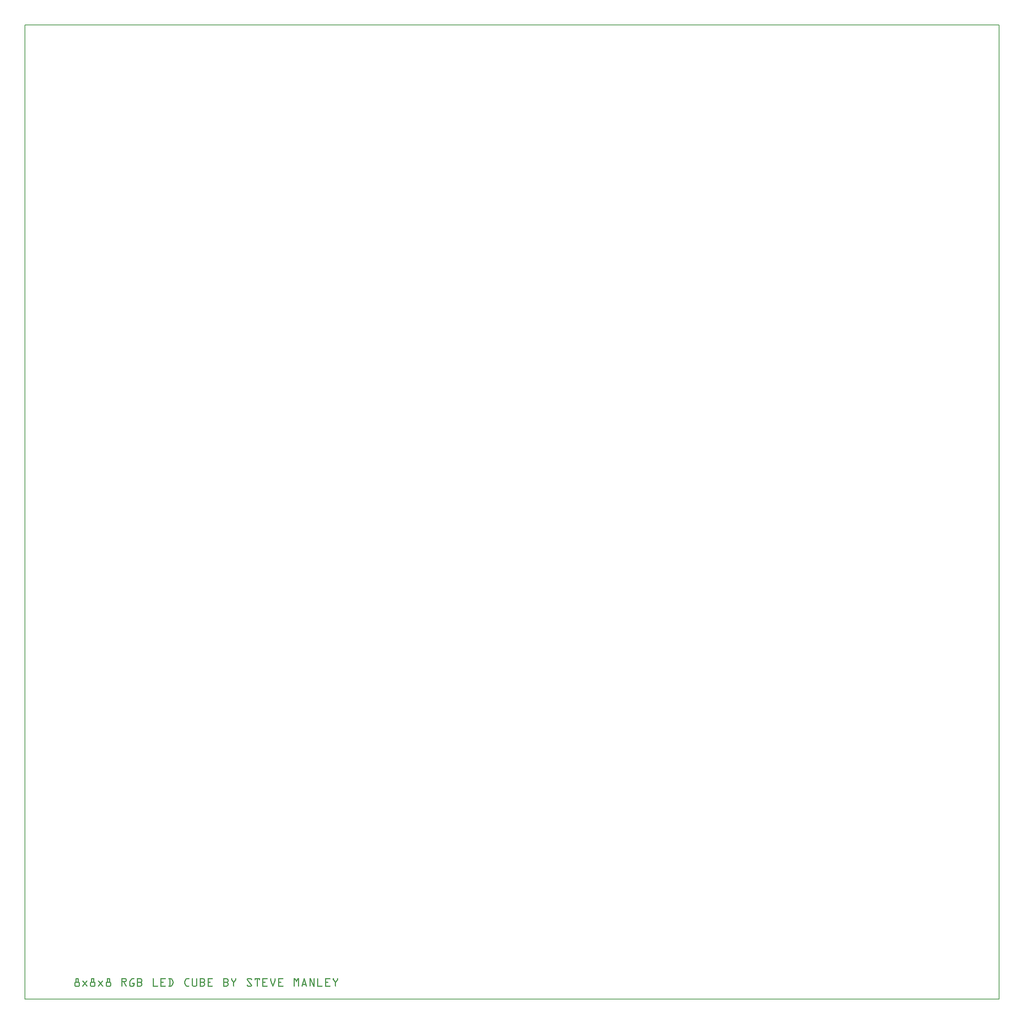
<source format=gto>
G04 MADE WITH FRITZING*
G04 WWW.FRITZING.ORG*
G04 DOUBLE SIDED*
G04 HOLES PLATED*
G04 CONTOUR ON CENTER OF CONTOUR VECTOR*
%ASAXBY*%
%FSLAX23Y23*%
%MOIN*%
%OFA0B0*%
%SFA1.0B1.0*%
%ADD10R,9.000000X9.000000X8.984000X8.984000*%
%ADD11C,0.008000*%
%ADD12R,0.001000X0.001000*%
%LNSILK1*%
G90*
G70*
G54D11*
X4Y8996D02*
X8996Y8996D01*
X8996Y4D01*
X4Y4D01*
X4Y8996D01*
D02*
G54D12*
X474Y197D02*
X498Y197D01*
X618Y197D02*
X643Y197D01*
X763Y197D02*
X787Y197D01*
X895Y197D02*
X934Y197D01*
X992Y197D02*
X1014Y197D01*
X1040Y197D02*
X1074Y197D01*
X1187Y197D02*
X1191Y197D01*
X1257Y197D02*
X1303Y197D01*
X1332Y197D02*
X1356Y197D01*
X1495Y197D02*
X1520Y197D01*
X1548Y197D02*
X1553Y197D01*
X1588Y197D02*
X1592Y197D01*
X1618Y197D02*
X1652Y197D01*
X1691Y197D02*
X1737Y197D01*
X1835Y197D02*
X1869Y197D01*
X1910Y197D02*
X1914Y197D01*
X1950Y197D02*
X1954Y197D01*
X2059Y197D02*
X2092Y197D01*
X2124Y197D02*
X2173Y197D01*
X2197Y197D02*
X2243Y197D01*
X2271Y197D02*
X2276Y197D01*
X2311Y197D02*
X2315Y197D01*
X2341Y197D02*
X2388Y197D01*
X2486Y197D02*
X2498Y197D01*
X2523Y197D02*
X2535Y197D01*
X2580Y197D02*
X2585Y197D01*
X2631Y197D02*
X2643Y197D01*
X2673Y197D02*
X2677Y197D01*
X2705Y197D02*
X2709Y197D01*
X2775Y197D02*
X2821Y197D01*
X2850Y197D02*
X2854Y197D01*
X2889Y197D02*
X2894Y197D01*
X473Y196D02*
X499Y196D01*
X617Y196D02*
X644Y196D01*
X762Y196D02*
X788Y196D01*
X895Y196D02*
X936Y196D01*
X990Y196D02*
X1015Y196D01*
X1040Y196D02*
X1077Y196D01*
X1186Y196D02*
X1192Y196D01*
X1257Y196D02*
X1304Y196D01*
X1330Y196D02*
X1359Y196D01*
X1493Y196D02*
X1521Y196D01*
X1547Y196D02*
X1554Y196D01*
X1587Y196D02*
X1594Y196D01*
X1618Y196D02*
X1655Y196D01*
X1691Y196D02*
X1738Y196D01*
X1835Y196D02*
X1872Y196D01*
X1909Y196D02*
X1915Y196D01*
X1948Y196D02*
X1955Y196D01*
X2057Y196D02*
X2094Y196D01*
X2124Y196D02*
X2173Y196D01*
X2197Y196D02*
X2244Y196D01*
X2270Y196D02*
X2277Y196D01*
X2310Y196D02*
X2317Y196D01*
X2341Y196D02*
X2389Y196D01*
X2486Y196D02*
X2499Y196D01*
X2522Y196D02*
X2535Y196D01*
X2579Y196D02*
X2586Y196D01*
X2631Y196D02*
X2644Y196D01*
X2671Y196D02*
X2678Y196D01*
X2704Y196D02*
X2711Y196D01*
X2775Y196D02*
X2823Y196D01*
X2849Y196D02*
X2855Y196D01*
X2888Y196D02*
X2895Y196D01*
X472Y195D02*
X500Y195D01*
X617Y195D02*
X644Y195D01*
X761Y195D02*
X789Y195D01*
X895Y195D02*
X938Y195D01*
X989Y195D02*
X1016Y195D01*
X1040Y195D02*
X1079Y195D01*
X1185Y195D02*
X1193Y195D01*
X1257Y195D02*
X1305Y195D01*
X1330Y195D02*
X1360Y195D01*
X1491Y195D02*
X1522Y195D01*
X1547Y195D02*
X1555Y195D01*
X1586Y195D02*
X1594Y195D01*
X1618Y195D02*
X1657Y195D01*
X1691Y195D02*
X1739Y195D01*
X1835Y195D02*
X1874Y195D01*
X1908Y195D02*
X1916Y195D01*
X1948Y195D02*
X1956Y195D01*
X2056Y195D02*
X2095Y195D01*
X2124Y195D02*
X2173Y195D01*
X2197Y195D02*
X2245Y195D01*
X2270Y195D02*
X2278Y195D01*
X2309Y195D02*
X2317Y195D01*
X2341Y195D02*
X2390Y195D01*
X2486Y195D02*
X2499Y195D01*
X2521Y195D02*
X2535Y195D01*
X2579Y195D02*
X2587Y195D01*
X2631Y195D02*
X2644Y195D01*
X2671Y195D02*
X2679Y195D01*
X2703Y195D02*
X2711Y195D01*
X2775Y195D02*
X2823Y195D01*
X2848Y195D02*
X2856Y195D01*
X2888Y195D02*
X2896Y195D01*
X472Y194D02*
X500Y194D01*
X616Y194D02*
X645Y194D01*
X761Y194D02*
X789Y194D01*
X895Y194D02*
X939Y194D01*
X987Y194D02*
X1016Y194D01*
X1040Y194D02*
X1080Y194D01*
X1185Y194D02*
X1194Y194D01*
X1257Y194D02*
X1306Y194D01*
X1329Y194D02*
X1362Y194D01*
X1490Y194D02*
X1522Y194D01*
X1546Y194D02*
X1555Y194D01*
X1586Y194D02*
X1595Y194D01*
X1618Y194D02*
X1659Y194D01*
X1691Y194D02*
X1739Y194D01*
X1835Y194D02*
X1875Y194D01*
X1908Y194D02*
X1916Y194D01*
X1947Y194D02*
X1956Y194D01*
X2055Y194D02*
X2097Y194D01*
X2124Y194D02*
X2173Y194D01*
X2197Y194D02*
X2245Y194D01*
X2269Y194D02*
X2278Y194D01*
X2309Y194D02*
X2318Y194D01*
X2341Y194D02*
X2390Y194D01*
X2486Y194D02*
X2500Y194D01*
X2520Y194D02*
X2535Y194D01*
X2578Y194D02*
X2587Y194D01*
X2631Y194D02*
X2644Y194D01*
X2670Y194D02*
X2679Y194D01*
X2703Y194D02*
X2712Y194D01*
X2775Y194D02*
X2824Y194D01*
X2848Y194D02*
X2856Y194D01*
X2887Y194D02*
X2896Y194D01*
X472Y193D02*
X500Y193D01*
X616Y193D02*
X645Y193D01*
X761Y193D02*
X790Y193D01*
X895Y193D02*
X940Y193D01*
X986Y193D02*
X1016Y193D01*
X1040Y193D02*
X1081Y193D01*
X1185Y193D02*
X1194Y193D01*
X1257Y193D02*
X1306Y193D01*
X1329Y193D02*
X1363Y193D01*
X1489Y193D02*
X1523Y193D01*
X1546Y193D02*
X1555Y193D01*
X1586Y193D02*
X1595Y193D01*
X1618Y193D02*
X1660Y193D01*
X1691Y193D02*
X1739Y193D01*
X1835Y193D02*
X1877Y193D01*
X1908Y193D02*
X1917Y193D01*
X1947Y193D02*
X1956Y193D01*
X2054Y193D02*
X2098Y193D01*
X2124Y193D02*
X2173Y193D01*
X2197Y193D02*
X2246Y193D01*
X2269Y193D02*
X2278Y193D01*
X2309Y193D02*
X2318Y193D01*
X2341Y193D02*
X2390Y193D01*
X2486Y193D02*
X2501Y193D01*
X2520Y193D02*
X2535Y193D01*
X2578Y193D02*
X2587Y193D01*
X2631Y193D02*
X2645Y193D01*
X2670Y193D02*
X2679Y193D01*
X2703Y193D02*
X2712Y193D01*
X2775Y193D02*
X2824Y193D01*
X2847Y193D02*
X2857Y193D01*
X2887Y193D02*
X2896Y193D01*
X472Y192D02*
X500Y192D01*
X616Y192D02*
X645Y192D01*
X761Y192D02*
X790Y192D01*
X895Y192D02*
X941Y192D01*
X986Y192D02*
X1016Y192D01*
X1040Y192D02*
X1083Y192D01*
X1185Y192D02*
X1194Y192D01*
X1257Y192D02*
X1306Y192D01*
X1329Y192D02*
X1364Y192D01*
X1488Y192D02*
X1523Y192D01*
X1546Y192D02*
X1555Y192D01*
X1586Y192D02*
X1595Y192D01*
X1618Y192D02*
X1661Y192D01*
X1691Y192D02*
X1739Y192D01*
X1835Y192D02*
X1878Y192D01*
X1908Y192D02*
X1917Y192D01*
X1947Y192D02*
X1956Y192D01*
X2054Y192D02*
X2098Y192D01*
X2124Y192D02*
X2173Y192D01*
X2197Y192D02*
X2245Y192D01*
X2269Y192D02*
X2278Y192D01*
X2309Y192D02*
X2318Y192D01*
X2341Y192D02*
X2390Y192D01*
X2486Y192D02*
X2502Y192D01*
X2519Y192D02*
X2535Y192D01*
X2578Y192D02*
X2588Y192D01*
X2631Y192D02*
X2645Y192D01*
X2670Y192D02*
X2679Y192D01*
X2703Y192D02*
X2712Y192D01*
X2775Y192D02*
X2824Y192D01*
X2847Y192D02*
X2857Y192D01*
X2887Y192D02*
X2896Y192D01*
X472Y191D02*
X500Y191D01*
X616Y191D02*
X645Y191D01*
X761Y191D02*
X790Y191D01*
X895Y191D02*
X942Y191D01*
X985Y191D02*
X1016Y191D01*
X1040Y191D02*
X1084Y191D01*
X1185Y191D02*
X1194Y191D01*
X1257Y191D02*
X1305Y191D01*
X1329Y191D02*
X1364Y191D01*
X1487Y191D02*
X1522Y191D01*
X1546Y191D02*
X1555Y191D01*
X1586Y191D02*
X1595Y191D01*
X1618Y191D02*
X1662Y191D01*
X1691Y191D02*
X1739Y191D01*
X1835Y191D02*
X1879Y191D01*
X1908Y191D02*
X1917Y191D01*
X1947Y191D02*
X1956Y191D01*
X2053Y191D02*
X2099Y191D01*
X2124Y191D02*
X2173Y191D01*
X2197Y191D02*
X2245Y191D01*
X2269Y191D02*
X2278Y191D01*
X2309Y191D02*
X2318Y191D01*
X2341Y191D02*
X2390Y191D01*
X2486Y191D02*
X2502Y191D01*
X2518Y191D02*
X2535Y191D01*
X2577Y191D02*
X2588Y191D01*
X2631Y191D02*
X2646Y191D01*
X2670Y191D02*
X2679Y191D01*
X2703Y191D02*
X2712Y191D01*
X2775Y191D02*
X2824Y191D01*
X2847Y191D02*
X2857Y191D01*
X2887Y191D02*
X2896Y191D01*
X472Y190D02*
X500Y190D01*
X616Y190D02*
X645Y190D01*
X761Y190D02*
X790Y190D01*
X895Y190D02*
X942Y190D01*
X984Y190D02*
X1016Y190D01*
X1040Y190D02*
X1084Y190D01*
X1185Y190D02*
X1194Y190D01*
X1257Y190D02*
X1305Y190D01*
X1330Y190D02*
X1365Y190D01*
X1487Y190D02*
X1522Y190D01*
X1546Y190D02*
X1555Y190D01*
X1586Y190D02*
X1595Y190D01*
X1618Y190D02*
X1663Y190D01*
X1691Y190D02*
X1739Y190D01*
X1835Y190D02*
X1880Y190D01*
X1908Y190D02*
X1917Y190D01*
X1947Y190D02*
X1956Y190D01*
X2053Y190D02*
X2100Y190D01*
X2124Y190D02*
X2173Y190D01*
X2197Y190D02*
X2245Y190D01*
X2269Y190D02*
X2278Y190D01*
X2309Y190D02*
X2318Y190D01*
X2341Y190D02*
X2389Y190D01*
X2486Y190D02*
X2503Y190D01*
X2518Y190D02*
X2535Y190D01*
X2577Y190D02*
X2588Y190D01*
X2631Y190D02*
X2646Y190D01*
X2670Y190D02*
X2679Y190D01*
X2703Y190D02*
X2712Y190D01*
X2775Y190D02*
X2823Y190D01*
X2847Y190D02*
X2857Y190D01*
X2887Y190D02*
X2896Y190D01*
X472Y189D02*
X500Y189D01*
X616Y189D02*
X645Y189D01*
X761Y189D02*
X790Y189D01*
X895Y189D02*
X943Y189D01*
X983Y189D02*
X1015Y189D01*
X1040Y189D02*
X1085Y189D01*
X1185Y189D02*
X1194Y189D01*
X1257Y189D02*
X1304Y189D01*
X1331Y189D02*
X1365Y189D01*
X1486Y189D02*
X1521Y189D01*
X1546Y189D02*
X1555Y189D01*
X1586Y189D02*
X1595Y189D01*
X1618Y189D02*
X1664Y189D01*
X1691Y189D02*
X1738Y189D01*
X1835Y189D02*
X1880Y189D01*
X1908Y189D02*
X1917Y189D01*
X1947Y189D02*
X1956Y189D01*
X2052Y189D02*
X2100Y189D01*
X2124Y189D02*
X2173Y189D01*
X2197Y189D02*
X2244Y189D01*
X2269Y189D02*
X2278Y189D01*
X2309Y189D02*
X2318Y189D01*
X2341Y189D02*
X2388Y189D01*
X2486Y189D02*
X2504Y189D01*
X2517Y189D02*
X2535Y189D01*
X2577Y189D02*
X2588Y189D01*
X2631Y189D02*
X2647Y189D01*
X2670Y189D02*
X2679Y189D01*
X2703Y189D02*
X2712Y189D01*
X2775Y189D02*
X2822Y189D01*
X2847Y189D02*
X2857Y189D01*
X2887Y189D02*
X2896Y189D01*
X472Y188D02*
X500Y188D01*
X616Y188D02*
X645Y188D01*
X761Y188D02*
X790Y188D01*
X895Y188D02*
X943Y188D01*
X982Y188D02*
X1013Y188D01*
X1040Y188D02*
X1086Y188D01*
X1185Y188D02*
X1194Y188D01*
X1257Y188D02*
X1302Y188D01*
X1332Y188D02*
X1366Y188D01*
X1486Y188D02*
X1519Y188D01*
X1546Y188D02*
X1555Y188D01*
X1586Y188D02*
X1595Y188D01*
X1618Y188D02*
X1664Y188D01*
X1691Y188D02*
X1736Y188D01*
X1835Y188D02*
X1881Y188D01*
X1908Y188D02*
X1917Y188D01*
X1947Y188D02*
X1956Y188D01*
X2052Y188D02*
X2100Y188D01*
X2124Y188D02*
X2173Y188D01*
X2197Y188D02*
X2242Y188D01*
X2269Y188D02*
X2278Y188D01*
X2309Y188D02*
X2318Y188D01*
X2341Y188D02*
X2387Y188D01*
X2486Y188D02*
X2504Y188D01*
X2516Y188D02*
X2535Y188D01*
X2576Y188D02*
X2589Y188D01*
X2631Y188D02*
X2647Y188D01*
X2670Y188D02*
X2679Y188D01*
X2703Y188D02*
X2712Y188D01*
X2775Y188D02*
X2821Y188D01*
X2847Y188D02*
X2857Y188D01*
X2887Y188D02*
X2896Y188D01*
X472Y187D02*
X481Y187D01*
X491Y187D02*
X500Y187D01*
X616Y187D02*
X625Y187D01*
X636Y187D02*
X645Y187D01*
X761Y187D02*
X770Y187D01*
X781Y187D02*
X790Y187D01*
X895Y187D02*
X905Y187D01*
X932Y187D02*
X944Y187D01*
X982Y187D02*
X994Y187D01*
X1040Y187D02*
X1049Y187D01*
X1073Y187D02*
X1086Y187D01*
X1185Y187D02*
X1194Y187D01*
X1257Y187D02*
X1266Y187D01*
X1339Y187D02*
X1348Y187D01*
X1355Y187D02*
X1366Y187D01*
X1485Y187D02*
X1496Y187D01*
X1546Y187D02*
X1555Y187D01*
X1586Y187D02*
X1595Y187D01*
X1618Y187D02*
X1627Y187D01*
X1652Y187D02*
X1665Y187D01*
X1691Y187D02*
X1700Y187D01*
X1835Y187D02*
X1844Y187D01*
X1868Y187D02*
X1882Y187D01*
X1908Y187D02*
X1917Y187D01*
X1947Y187D02*
X1956Y187D01*
X2052Y187D02*
X2061Y187D01*
X2090Y187D02*
X2101Y187D01*
X2124Y187D02*
X2134Y187D01*
X2144Y187D02*
X2153Y187D01*
X2164Y187D02*
X2173Y187D01*
X2197Y187D02*
X2206Y187D01*
X2269Y187D02*
X2278Y187D01*
X2309Y187D02*
X2318Y187D01*
X2341Y187D02*
X2350Y187D01*
X2486Y187D02*
X2505Y187D01*
X2516Y187D02*
X2535Y187D01*
X2576Y187D02*
X2589Y187D01*
X2631Y187D02*
X2648Y187D01*
X2670Y187D02*
X2679Y187D01*
X2703Y187D02*
X2712Y187D01*
X2775Y187D02*
X2784Y187D01*
X2847Y187D02*
X2857Y187D01*
X2887Y187D02*
X2896Y187D01*
X472Y186D02*
X481Y186D01*
X491Y186D02*
X500Y186D01*
X616Y186D02*
X625Y186D01*
X636Y186D02*
X645Y186D01*
X761Y186D02*
X770Y186D01*
X781Y186D02*
X790Y186D01*
X895Y186D02*
X905Y186D01*
X934Y186D02*
X944Y186D01*
X981Y186D02*
X993Y186D01*
X1040Y186D02*
X1049Y186D01*
X1075Y186D02*
X1087Y186D01*
X1185Y186D02*
X1194Y186D01*
X1257Y186D02*
X1266Y186D01*
X1339Y186D02*
X1348Y186D01*
X1356Y186D02*
X1367Y186D01*
X1485Y186D02*
X1495Y186D01*
X1546Y186D02*
X1555Y186D01*
X1586Y186D02*
X1595Y186D01*
X1618Y186D02*
X1627Y186D01*
X1653Y186D02*
X1665Y186D01*
X1691Y186D02*
X1700Y186D01*
X1835Y186D02*
X1844Y186D01*
X1870Y186D02*
X1882Y186D01*
X1908Y186D02*
X1917Y186D01*
X1947Y186D02*
X1956Y186D01*
X2052Y186D02*
X2061Y186D01*
X2091Y186D02*
X2101Y186D01*
X2124Y186D02*
X2134Y186D01*
X2144Y186D02*
X2153Y186D01*
X2164Y186D02*
X2173Y186D01*
X2197Y186D02*
X2206Y186D01*
X2269Y186D02*
X2278Y186D01*
X2309Y186D02*
X2318Y186D01*
X2341Y186D02*
X2350Y186D01*
X2486Y186D02*
X2506Y186D01*
X2515Y186D02*
X2535Y186D01*
X2576Y186D02*
X2589Y186D01*
X2631Y186D02*
X2648Y186D01*
X2670Y186D02*
X2679Y186D01*
X2703Y186D02*
X2712Y186D01*
X2775Y186D02*
X2784Y186D01*
X2847Y186D02*
X2857Y186D01*
X2887Y186D02*
X2896Y186D01*
X472Y185D02*
X481Y185D01*
X491Y185D02*
X500Y185D01*
X616Y185D02*
X625Y185D01*
X636Y185D02*
X645Y185D01*
X761Y185D02*
X770Y185D01*
X781Y185D02*
X790Y185D01*
X895Y185D02*
X905Y185D01*
X934Y185D02*
X944Y185D01*
X980Y185D02*
X992Y185D01*
X1040Y185D02*
X1049Y185D01*
X1076Y185D02*
X1087Y185D01*
X1185Y185D02*
X1194Y185D01*
X1257Y185D02*
X1266Y185D01*
X1339Y185D02*
X1348Y185D01*
X1357Y185D02*
X1367Y185D01*
X1484Y185D02*
X1495Y185D01*
X1546Y185D02*
X1555Y185D01*
X1586Y185D02*
X1595Y185D01*
X1618Y185D02*
X1627Y185D01*
X1655Y185D02*
X1666Y185D01*
X1691Y185D02*
X1700Y185D01*
X1835Y185D02*
X1844Y185D01*
X1872Y185D02*
X1883Y185D01*
X1908Y185D02*
X1917Y185D01*
X1946Y185D02*
X1956Y185D01*
X2052Y185D02*
X2062Y185D01*
X2092Y185D02*
X2101Y185D01*
X2124Y185D02*
X2134Y185D01*
X2144Y185D02*
X2153Y185D01*
X2164Y185D02*
X2173Y185D01*
X2197Y185D02*
X2206Y185D01*
X2269Y185D02*
X2278Y185D01*
X2309Y185D02*
X2318Y185D01*
X2341Y185D02*
X2350Y185D01*
X2486Y185D02*
X2506Y185D01*
X2514Y185D02*
X2535Y185D01*
X2576Y185D02*
X2590Y185D01*
X2631Y185D02*
X2648Y185D01*
X2670Y185D02*
X2679Y185D01*
X2703Y185D02*
X2712Y185D01*
X2775Y185D02*
X2784Y185D01*
X2847Y185D02*
X2857Y185D01*
X2886Y185D02*
X2896Y185D01*
X472Y184D02*
X481Y184D01*
X491Y184D02*
X500Y184D01*
X616Y184D02*
X625Y184D01*
X636Y184D02*
X645Y184D01*
X761Y184D02*
X770Y184D01*
X781Y184D02*
X790Y184D01*
X895Y184D02*
X905Y184D01*
X935Y184D02*
X944Y184D01*
X979Y184D02*
X991Y184D01*
X1040Y184D02*
X1049Y184D01*
X1077Y184D02*
X1088Y184D01*
X1185Y184D02*
X1194Y184D01*
X1257Y184D02*
X1266Y184D01*
X1339Y184D02*
X1348Y184D01*
X1358Y184D02*
X1368Y184D01*
X1484Y184D02*
X1494Y184D01*
X1546Y184D02*
X1555Y184D01*
X1586Y184D02*
X1595Y184D01*
X1618Y184D02*
X1627Y184D01*
X1656Y184D02*
X1666Y184D01*
X1691Y184D02*
X1700Y184D01*
X1835Y184D02*
X1844Y184D01*
X1873Y184D02*
X1883Y184D01*
X1908Y184D02*
X1918Y184D01*
X1946Y184D02*
X1956Y184D01*
X2052Y184D02*
X2063Y184D01*
X2092Y184D02*
X2101Y184D01*
X2124Y184D02*
X2134Y184D01*
X2144Y184D02*
X2153Y184D01*
X2164Y184D02*
X2173Y184D01*
X2197Y184D02*
X2206Y184D01*
X2269Y184D02*
X2278Y184D01*
X2309Y184D02*
X2318Y184D01*
X2341Y184D02*
X2350Y184D01*
X2486Y184D02*
X2507Y184D01*
X2513Y184D02*
X2535Y184D01*
X2575Y184D02*
X2590Y184D01*
X2631Y184D02*
X2649Y184D01*
X2670Y184D02*
X2679Y184D01*
X2703Y184D02*
X2712Y184D01*
X2775Y184D02*
X2784Y184D01*
X2847Y184D02*
X2858Y184D01*
X2886Y184D02*
X2896Y184D01*
X472Y183D02*
X481Y183D01*
X491Y183D02*
X500Y183D01*
X616Y183D02*
X625Y183D01*
X636Y183D02*
X645Y183D01*
X761Y183D02*
X770Y183D01*
X781Y183D02*
X790Y183D01*
X895Y183D02*
X905Y183D01*
X935Y183D02*
X944Y183D01*
X979Y183D02*
X990Y183D01*
X1040Y183D02*
X1049Y183D01*
X1078Y183D02*
X1088Y183D01*
X1185Y183D02*
X1194Y183D01*
X1257Y183D02*
X1266Y183D01*
X1339Y183D02*
X1348Y183D01*
X1358Y183D02*
X1368Y183D01*
X1483Y183D02*
X1494Y183D01*
X1546Y183D02*
X1555Y183D01*
X1586Y183D02*
X1595Y183D01*
X1618Y183D02*
X1627Y183D01*
X1656Y183D02*
X1666Y183D01*
X1691Y183D02*
X1700Y183D01*
X1835Y183D02*
X1844Y183D01*
X1873Y183D02*
X1883Y183D01*
X1908Y183D02*
X1919Y183D01*
X1945Y183D02*
X1956Y183D01*
X2053Y183D02*
X2064Y183D01*
X2092Y183D02*
X2101Y183D01*
X2125Y183D02*
X2133Y183D01*
X2144Y183D02*
X2153Y183D01*
X2164Y183D02*
X2173Y183D01*
X2197Y183D02*
X2206Y183D01*
X2269Y183D02*
X2278Y183D01*
X2309Y183D02*
X2318Y183D01*
X2341Y183D02*
X2350Y183D01*
X2486Y183D02*
X2508Y183D01*
X2513Y183D02*
X2524Y183D01*
X2526Y183D02*
X2535Y183D01*
X2575Y183D02*
X2590Y183D01*
X2631Y183D02*
X2649Y183D01*
X2670Y183D02*
X2679Y183D01*
X2703Y183D02*
X2712Y183D01*
X2775Y183D02*
X2784Y183D01*
X2847Y183D02*
X2859Y183D01*
X2885Y183D02*
X2896Y183D01*
X472Y182D02*
X481Y182D01*
X491Y182D02*
X500Y182D01*
X616Y182D02*
X625Y182D01*
X636Y182D02*
X645Y182D01*
X761Y182D02*
X770Y182D01*
X781Y182D02*
X790Y182D01*
X895Y182D02*
X905Y182D01*
X935Y182D02*
X944Y182D01*
X978Y182D02*
X990Y182D01*
X1040Y182D02*
X1049Y182D01*
X1079Y182D02*
X1088Y182D01*
X1185Y182D02*
X1194Y182D01*
X1257Y182D02*
X1266Y182D01*
X1339Y182D02*
X1348Y182D01*
X1359Y182D02*
X1369Y182D01*
X1483Y182D02*
X1493Y182D01*
X1546Y182D02*
X1555Y182D01*
X1586Y182D02*
X1595Y182D01*
X1618Y182D02*
X1627Y182D01*
X1657Y182D02*
X1667Y182D01*
X1691Y182D02*
X1700Y182D01*
X1835Y182D02*
X1844Y182D01*
X1874Y182D02*
X1884Y182D01*
X1908Y182D02*
X1920Y182D01*
X1944Y182D02*
X1956Y182D01*
X2053Y182D02*
X2064Y182D01*
X2092Y182D02*
X2100Y182D01*
X2125Y182D02*
X2133Y182D01*
X2144Y182D02*
X2153Y182D01*
X2165Y182D02*
X2173Y182D01*
X2197Y182D02*
X2206Y182D01*
X2269Y182D02*
X2278Y182D01*
X2309Y182D02*
X2318Y182D01*
X2341Y182D02*
X2350Y182D01*
X2486Y182D02*
X2495Y182D01*
X2497Y182D02*
X2509Y182D01*
X2512Y182D02*
X2523Y182D01*
X2526Y182D02*
X2535Y182D01*
X2575Y182D02*
X2590Y182D01*
X2631Y182D02*
X2650Y182D01*
X2670Y182D02*
X2679Y182D01*
X2703Y182D02*
X2712Y182D01*
X2775Y182D02*
X2784Y182D01*
X2848Y182D02*
X2860Y182D01*
X2884Y182D02*
X2896Y182D01*
X472Y181D02*
X481Y181D01*
X491Y181D02*
X500Y181D01*
X616Y181D02*
X625Y181D01*
X636Y181D02*
X645Y181D01*
X761Y181D02*
X770Y181D01*
X781Y181D02*
X790Y181D01*
X895Y181D02*
X905Y181D01*
X935Y181D02*
X944Y181D01*
X977Y181D02*
X989Y181D01*
X1040Y181D02*
X1049Y181D01*
X1079Y181D02*
X1089Y181D01*
X1185Y181D02*
X1194Y181D01*
X1257Y181D02*
X1266Y181D01*
X1339Y181D02*
X1348Y181D01*
X1359Y181D02*
X1369Y181D01*
X1482Y181D02*
X1493Y181D01*
X1546Y181D02*
X1555Y181D01*
X1586Y181D02*
X1595Y181D01*
X1618Y181D02*
X1627Y181D01*
X1657Y181D02*
X1667Y181D01*
X1691Y181D02*
X1700Y181D01*
X1835Y181D02*
X1844Y181D01*
X1874Y181D02*
X1884Y181D01*
X1909Y181D02*
X1921Y181D01*
X1943Y181D02*
X1955Y181D01*
X2053Y181D02*
X2065Y181D01*
X2093Y181D02*
X2100Y181D01*
X2126Y181D02*
X2132Y181D01*
X2144Y181D02*
X2153Y181D01*
X2165Y181D02*
X2172Y181D01*
X2197Y181D02*
X2206Y181D01*
X2269Y181D02*
X2278Y181D01*
X2309Y181D02*
X2318Y181D01*
X2341Y181D02*
X2350Y181D01*
X2486Y181D02*
X2495Y181D01*
X2498Y181D02*
X2509Y181D01*
X2511Y181D02*
X2523Y181D01*
X2526Y181D02*
X2535Y181D01*
X2574Y181D02*
X2591Y181D01*
X2631Y181D02*
X2650Y181D01*
X2670Y181D02*
X2679Y181D01*
X2703Y181D02*
X2712Y181D01*
X2775Y181D02*
X2784Y181D01*
X2849Y181D02*
X2860Y181D01*
X2883Y181D02*
X2895Y181D01*
X472Y180D02*
X481Y180D01*
X491Y180D02*
X500Y180D01*
X616Y180D02*
X625Y180D01*
X636Y180D02*
X645Y180D01*
X761Y180D02*
X770Y180D01*
X781Y180D02*
X790Y180D01*
X895Y180D02*
X905Y180D01*
X935Y180D02*
X944Y180D01*
X976Y180D02*
X988Y180D01*
X1040Y180D02*
X1049Y180D01*
X1079Y180D02*
X1089Y180D01*
X1185Y180D02*
X1194Y180D01*
X1257Y180D02*
X1266Y180D01*
X1339Y180D02*
X1348Y180D01*
X1360Y180D02*
X1370Y180D01*
X1482Y180D02*
X1492Y180D01*
X1546Y180D02*
X1555Y180D01*
X1586Y180D02*
X1595Y180D01*
X1618Y180D02*
X1627Y180D01*
X1658Y180D02*
X1667Y180D01*
X1691Y180D02*
X1700Y180D01*
X1835Y180D02*
X1844Y180D01*
X1875Y180D02*
X1884Y180D01*
X1909Y180D02*
X1921Y180D01*
X1943Y180D02*
X1954Y180D01*
X2054Y180D02*
X2066Y180D01*
X2094Y180D02*
X2099Y180D01*
X2127Y180D02*
X2131Y180D01*
X2144Y180D02*
X2153Y180D01*
X2166Y180D02*
X2171Y180D01*
X2197Y180D02*
X2206Y180D01*
X2269Y180D02*
X2278Y180D01*
X2309Y180D02*
X2318Y180D01*
X2341Y180D02*
X2350Y180D01*
X2486Y180D02*
X2495Y180D01*
X2499Y180D02*
X2522Y180D01*
X2526Y180D02*
X2535Y180D01*
X2574Y180D02*
X2591Y180D01*
X2631Y180D02*
X2651Y180D01*
X2670Y180D02*
X2679Y180D01*
X2703Y180D02*
X2712Y180D01*
X2775Y180D02*
X2784Y180D01*
X2849Y180D02*
X2861Y180D01*
X2882Y180D02*
X2894Y180D01*
X472Y179D02*
X481Y179D01*
X491Y179D02*
X500Y179D01*
X616Y179D02*
X625Y179D01*
X636Y179D02*
X645Y179D01*
X761Y179D02*
X770Y179D01*
X781Y179D02*
X790Y179D01*
X895Y179D02*
X905Y179D01*
X935Y179D02*
X944Y179D01*
X975Y179D02*
X987Y179D01*
X1040Y179D02*
X1049Y179D01*
X1080Y179D02*
X1089Y179D01*
X1185Y179D02*
X1194Y179D01*
X1257Y179D02*
X1266Y179D01*
X1339Y179D02*
X1348Y179D01*
X1360Y179D02*
X1370Y179D01*
X1481Y179D02*
X1492Y179D01*
X1546Y179D02*
X1555Y179D01*
X1586Y179D02*
X1595Y179D01*
X1618Y179D02*
X1627Y179D01*
X1658Y179D02*
X1667Y179D01*
X1691Y179D02*
X1700Y179D01*
X1835Y179D02*
X1844Y179D01*
X1875Y179D02*
X1884Y179D01*
X1910Y179D02*
X1922Y179D01*
X1942Y179D02*
X1954Y179D01*
X2055Y179D02*
X2067Y179D01*
X2144Y179D02*
X2153Y179D01*
X2197Y179D02*
X2206Y179D01*
X2269Y179D02*
X2278Y179D01*
X2309Y179D02*
X2318Y179D01*
X2341Y179D02*
X2350Y179D01*
X2486Y179D02*
X2495Y179D01*
X2499Y179D02*
X2521Y179D01*
X2526Y179D02*
X2535Y179D01*
X2574Y179D02*
X2591Y179D01*
X2631Y179D02*
X2651Y179D01*
X2670Y179D02*
X2679Y179D01*
X2703Y179D02*
X2712Y179D01*
X2775Y179D02*
X2784Y179D01*
X2850Y179D02*
X2862Y179D01*
X2882Y179D02*
X2894Y179D01*
X472Y178D02*
X481Y178D01*
X491Y178D02*
X500Y178D01*
X616Y178D02*
X625Y178D01*
X636Y178D02*
X645Y178D01*
X761Y178D02*
X770Y178D01*
X781Y178D02*
X790Y178D01*
X895Y178D02*
X905Y178D01*
X935Y178D02*
X944Y178D01*
X975Y178D02*
X987Y178D01*
X1040Y178D02*
X1049Y178D01*
X1080Y178D02*
X1089Y178D01*
X1185Y178D02*
X1194Y178D01*
X1257Y178D02*
X1266Y178D01*
X1339Y178D02*
X1348Y178D01*
X1361Y178D02*
X1371Y178D01*
X1481Y178D02*
X1491Y178D01*
X1546Y178D02*
X1555Y178D01*
X1586Y178D02*
X1595Y178D01*
X1618Y178D02*
X1627Y178D01*
X1658Y178D02*
X1667Y178D01*
X1691Y178D02*
X1700Y178D01*
X1835Y178D02*
X1844Y178D01*
X1875Y178D02*
X1884Y178D01*
X1911Y178D02*
X1923Y178D01*
X1941Y178D02*
X1953Y178D01*
X2056Y178D02*
X2067Y178D01*
X2144Y178D02*
X2153Y178D01*
X2197Y178D02*
X2206Y178D01*
X2269Y178D02*
X2278Y178D01*
X2309Y178D02*
X2318Y178D01*
X2341Y178D02*
X2350Y178D01*
X2486Y178D02*
X2495Y178D01*
X2500Y178D02*
X2521Y178D01*
X2526Y178D02*
X2535Y178D01*
X2573Y178D02*
X2592Y178D01*
X2631Y178D02*
X2651Y178D01*
X2670Y178D02*
X2679Y178D01*
X2703Y178D02*
X2712Y178D01*
X2775Y178D02*
X2784Y178D01*
X2851Y178D02*
X2863Y178D01*
X2881Y178D02*
X2893Y178D01*
X472Y177D02*
X481Y177D01*
X491Y177D02*
X500Y177D01*
X616Y177D02*
X625Y177D01*
X636Y177D02*
X645Y177D01*
X761Y177D02*
X770Y177D01*
X781Y177D02*
X790Y177D01*
X895Y177D02*
X905Y177D01*
X935Y177D02*
X944Y177D01*
X974Y177D02*
X986Y177D01*
X1040Y177D02*
X1049Y177D01*
X1080Y177D02*
X1089Y177D01*
X1185Y177D02*
X1194Y177D01*
X1257Y177D02*
X1266Y177D01*
X1339Y177D02*
X1348Y177D01*
X1361Y177D02*
X1371Y177D01*
X1480Y177D02*
X1490Y177D01*
X1546Y177D02*
X1555Y177D01*
X1586Y177D02*
X1595Y177D01*
X1618Y177D02*
X1627Y177D01*
X1658Y177D02*
X1667Y177D01*
X1691Y177D02*
X1700Y177D01*
X1835Y177D02*
X1844Y177D01*
X1875Y177D02*
X1884Y177D01*
X1912Y177D02*
X1924Y177D01*
X1940Y177D02*
X1952Y177D01*
X2056Y177D02*
X2068Y177D01*
X2144Y177D02*
X2153Y177D01*
X2197Y177D02*
X2206Y177D01*
X2269Y177D02*
X2278Y177D01*
X2309Y177D02*
X2318Y177D01*
X2341Y177D02*
X2350Y177D01*
X2486Y177D02*
X2495Y177D01*
X2501Y177D02*
X2520Y177D01*
X2526Y177D02*
X2535Y177D01*
X2573Y177D02*
X2592Y177D01*
X2631Y177D02*
X2640Y177D01*
X2642Y177D02*
X2652Y177D01*
X2670Y177D02*
X2679Y177D01*
X2703Y177D02*
X2712Y177D01*
X2775Y177D02*
X2784Y177D01*
X2852Y177D02*
X2863Y177D01*
X2880Y177D02*
X2892Y177D01*
X472Y176D02*
X481Y176D01*
X491Y176D02*
X500Y176D01*
X538Y176D02*
X541Y176D01*
X575Y176D02*
X579Y176D01*
X616Y176D02*
X625Y176D01*
X636Y176D02*
X645Y176D01*
X682Y176D02*
X686Y176D01*
X720Y176D02*
X723Y176D01*
X761Y176D02*
X770Y176D01*
X781Y176D02*
X790Y176D01*
X895Y176D02*
X905Y176D01*
X935Y176D02*
X944Y176D01*
X973Y176D02*
X985Y176D01*
X1040Y176D02*
X1049Y176D01*
X1080Y176D02*
X1089Y176D01*
X1185Y176D02*
X1194Y176D01*
X1257Y176D02*
X1266Y176D01*
X1339Y176D02*
X1348Y176D01*
X1362Y176D02*
X1372Y176D01*
X1480Y176D02*
X1490Y176D01*
X1546Y176D02*
X1555Y176D01*
X1586Y176D02*
X1595Y176D01*
X1618Y176D02*
X1627Y176D01*
X1658Y176D02*
X1667Y176D01*
X1691Y176D02*
X1700Y176D01*
X1835Y176D02*
X1844Y176D01*
X1875Y176D02*
X1884Y176D01*
X1913Y176D02*
X1924Y176D01*
X1939Y176D02*
X1951Y176D01*
X2057Y176D02*
X2069Y176D01*
X2144Y176D02*
X2153Y176D01*
X2197Y176D02*
X2206Y176D01*
X2269Y176D02*
X2278Y176D01*
X2308Y176D02*
X2318Y176D01*
X2341Y176D02*
X2350Y176D01*
X2486Y176D02*
X2495Y176D01*
X2501Y176D02*
X2519Y176D01*
X2526Y176D02*
X2535Y176D01*
X2573Y176D02*
X2592Y176D01*
X2631Y176D02*
X2640Y176D01*
X2642Y176D02*
X2652Y176D01*
X2670Y176D02*
X2679Y176D01*
X2703Y176D02*
X2712Y176D01*
X2775Y176D02*
X2784Y176D01*
X2852Y176D02*
X2864Y176D01*
X2879Y176D02*
X2891Y176D01*
X472Y175D02*
X481Y175D01*
X491Y175D02*
X500Y175D01*
X536Y175D02*
X543Y175D01*
X574Y175D02*
X580Y175D01*
X616Y175D02*
X625Y175D01*
X636Y175D02*
X645Y175D01*
X681Y175D02*
X687Y175D01*
X719Y175D02*
X725Y175D01*
X761Y175D02*
X770Y175D01*
X781Y175D02*
X790Y175D01*
X895Y175D02*
X905Y175D01*
X934Y175D02*
X944Y175D01*
X972Y175D02*
X984Y175D01*
X1040Y175D02*
X1049Y175D01*
X1080Y175D02*
X1089Y175D01*
X1185Y175D02*
X1194Y175D01*
X1257Y175D02*
X1266Y175D01*
X1339Y175D02*
X1348Y175D01*
X1362Y175D02*
X1373Y175D01*
X1479Y175D02*
X1489Y175D01*
X1546Y175D02*
X1555Y175D01*
X1586Y175D02*
X1595Y175D01*
X1618Y175D02*
X1627Y175D01*
X1658Y175D02*
X1667Y175D01*
X1691Y175D02*
X1700Y175D01*
X1835Y175D02*
X1844Y175D01*
X1875Y175D02*
X1884Y175D01*
X1913Y175D02*
X1925Y175D01*
X1939Y175D02*
X1951Y175D01*
X2058Y175D02*
X2070Y175D01*
X2144Y175D02*
X2153Y175D01*
X2197Y175D02*
X2206Y175D01*
X2269Y175D02*
X2279Y175D01*
X2308Y175D02*
X2318Y175D01*
X2341Y175D02*
X2350Y175D01*
X2486Y175D02*
X2495Y175D01*
X2502Y175D02*
X2518Y175D01*
X2526Y175D02*
X2535Y175D01*
X2573Y175D02*
X2593Y175D01*
X2631Y175D02*
X2640Y175D01*
X2643Y175D02*
X2653Y175D01*
X2670Y175D02*
X2679Y175D01*
X2703Y175D02*
X2712Y175D01*
X2775Y175D02*
X2784Y175D01*
X2853Y175D02*
X2865Y175D01*
X2879Y175D02*
X2890Y175D01*
X472Y174D02*
X481Y174D01*
X491Y174D02*
X500Y174D01*
X536Y174D02*
X543Y174D01*
X573Y174D02*
X581Y174D01*
X616Y174D02*
X625Y174D01*
X636Y174D02*
X645Y174D01*
X680Y174D02*
X688Y174D01*
X718Y174D02*
X726Y174D01*
X761Y174D02*
X770Y174D01*
X781Y174D02*
X790Y174D01*
X895Y174D02*
X905Y174D01*
X934Y174D02*
X944Y174D01*
X972Y174D02*
X983Y174D01*
X1040Y174D02*
X1049Y174D01*
X1080Y174D02*
X1089Y174D01*
X1185Y174D02*
X1194Y174D01*
X1257Y174D02*
X1266Y174D01*
X1339Y174D02*
X1348Y174D01*
X1363Y174D02*
X1373Y174D01*
X1479Y174D02*
X1489Y174D01*
X1546Y174D02*
X1555Y174D01*
X1586Y174D02*
X1595Y174D01*
X1618Y174D02*
X1627Y174D01*
X1658Y174D02*
X1667Y174D01*
X1691Y174D02*
X1700Y174D01*
X1835Y174D02*
X1844Y174D01*
X1875Y174D02*
X1884Y174D01*
X1914Y174D02*
X1926Y174D01*
X1938Y174D02*
X1950Y174D01*
X2059Y174D02*
X2071Y174D01*
X2144Y174D02*
X2153Y174D01*
X2197Y174D02*
X2206Y174D01*
X2269Y174D02*
X2279Y174D01*
X2308Y174D02*
X2318Y174D01*
X2341Y174D02*
X2350Y174D01*
X2486Y174D02*
X2495Y174D01*
X2503Y174D02*
X2518Y174D01*
X2526Y174D02*
X2535Y174D01*
X2572Y174D02*
X2593Y174D01*
X2631Y174D02*
X2640Y174D01*
X2643Y174D02*
X2653Y174D01*
X2670Y174D02*
X2679Y174D01*
X2703Y174D02*
X2712Y174D01*
X2775Y174D02*
X2784Y174D01*
X2854Y174D02*
X2866Y174D01*
X2878Y174D02*
X2890Y174D01*
X472Y173D02*
X481Y173D01*
X491Y173D02*
X500Y173D01*
X535Y173D02*
X544Y173D01*
X572Y173D02*
X581Y173D01*
X616Y173D02*
X625Y173D01*
X636Y173D02*
X645Y173D01*
X680Y173D02*
X689Y173D01*
X717Y173D02*
X726Y173D01*
X761Y173D02*
X770Y173D01*
X781Y173D02*
X790Y173D01*
X895Y173D02*
X905Y173D01*
X933Y173D02*
X944Y173D01*
X971Y173D02*
X983Y173D01*
X1040Y173D02*
X1049Y173D01*
X1080Y173D02*
X1089Y173D01*
X1185Y173D02*
X1194Y173D01*
X1257Y173D02*
X1266Y173D01*
X1339Y173D02*
X1348Y173D01*
X1363Y173D02*
X1374Y173D01*
X1478Y173D02*
X1488Y173D01*
X1546Y173D02*
X1555Y173D01*
X1586Y173D02*
X1595Y173D01*
X1618Y173D02*
X1627Y173D01*
X1658Y173D02*
X1667Y173D01*
X1691Y173D02*
X1700Y173D01*
X1835Y173D02*
X1844Y173D01*
X1875Y173D02*
X1884Y173D01*
X1915Y173D02*
X1927Y173D01*
X1937Y173D02*
X1949Y173D01*
X2059Y173D02*
X2071Y173D01*
X2144Y173D02*
X2153Y173D01*
X2197Y173D02*
X2206Y173D01*
X2270Y173D02*
X2280Y173D01*
X2307Y173D02*
X2317Y173D01*
X2341Y173D02*
X2350Y173D01*
X2486Y173D02*
X2495Y173D01*
X2504Y173D02*
X2517Y173D01*
X2526Y173D02*
X2535Y173D01*
X2572Y173D02*
X2582Y173D01*
X2584Y173D02*
X2593Y173D01*
X2631Y173D02*
X2640Y173D01*
X2644Y173D02*
X2654Y173D01*
X2670Y173D02*
X2679Y173D01*
X2703Y173D02*
X2712Y173D01*
X2775Y173D02*
X2784Y173D01*
X2855Y173D02*
X2867Y173D01*
X2877Y173D02*
X2889Y173D01*
X472Y172D02*
X481Y172D01*
X491Y172D02*
X500Y172D01*
X535Y172D02*
X545Y172D01*
X571Y172D02*
X582Y172D01*
X616Y172D02*
X625Y172D01*
X636Y172D02*
X645Y172D01*
X680Y172D02*
X690Y172D01*
X716Y172D02*
X726Y172D01*
X761Y172D02*
X770Y172D01*
X781Y172D02*
X790Y172D01*
X895Y172D02*
X943Y172D01*
X970Y172D02*
X982Y172D01*
X1040Y172D02*
X1049Y172D01*
X1080Y172D02*
X1089Y172D01*
X1185Y172D02*
X1194Y172D01*
X1257Y172D02*
X1266Y172D01*
X1339Y172D02*
X1348Y172D01*
X1364Y172D02*
X1374Y172D01*
X1478Y172D02*
X1488Y172D01*
X1546Y172D02*
X1555Y172D01*
X1586Y172D02*
X1595Y172D01*
X1618Y172D02*
X1627Y172D01*
X1658Y172D02*
X1667Y172D01*
X1691Y172D02*
X1700Y172D01*
X1835Y172D02*
X1844Y172D01*
X1875Y172D02*
X1884Y172D01*
X1916Y172D02*
X1928Y172D01*
X1936Y172D02*
X1948Y172D01*
X2060Y172D02*
X2072Y172D01*
X2144Y172D02*
X2153Y172D01*
X2197Y172D02*
X2206Y172D01*
X2270Y172D02*
X2280Y172D01*
X2307Y172D02*
X2317Y172D01*
X2341Y172D02*
X2350Y172D01*
X2486Y172D02*
X2495Y172D01*
X2504Y172D02*
X2516Y172D01*
X2526Y172D02*
X2535Y172D01*
X2572Y172D02*
X2581Y172D01*
X2584Y172D02*
X2593Y172D01*
X2631Y172D02*
X2640Y172D01*
X2644Y172D02*
X2654Y172D01*
X2670Y172D02*
X2679Y172D01*
X2703Y172D02*
X2712Y172D01*
X2775Y172D02*
X2784Y172D01*
X2856Y172D02*
X2867Y172D01*
X2876Y172D02*
X2888Y172D01*
X472Y171D02*
X481Y171D01*
X491Y171D02*
X500Y171D01*
X535Y171D02*
X546Y171D01*
X571Y171D02*
X582Y171D01*
X616Y171D02*
X625Y171D01*
X636Y171D02*
X645Y171D01*
X680Y171D02*
X691Y171D01*
X715Y171D02*
X726Y171D01*
X761Y171D02*
X770Y171D01*
X781Y171D02*
X790Y171D01*
X895Y171D02*
X943Y171D01*
X970Y171D02*
X981Y171D01*
X1040Y171D02*
X1049Y171D01*
X1079Y171D02*
X1089Y171D01*
X1185Y171D02*
X1194Y171D01*
X1257Y171D02*
X1266Y171D01*
X1339Y171D02*
X1348Y171D01*
X1364Y171D02*
X1375Y171D01*
X1477Y171D02*
X1487Y171D01*
X1546Y171D02*
X1555Y171D01*
X1586Y171D02*
X1595Y171D01*
X1618Y171D02*
X1627Y171D01*
X1658Y171D02*
X1667Y171D01*
X1691Y171D02*
X1700Y171D01*
X1835Y171D02*
X1844Y171D01*
X1875Y171D02*
X1884Y171D01*
X1916Y171D02*
X1928Y171D01*
X1936Y171D02*
X1947Y171D01*
X2061Y171D02*
X2073Y171D01*
X2144Y171D02*
X2153Y171D01*
X2197Y171D02*
X2206Y171D01*
X2270Y171D02*
X2280Y171D01*
X2307Y171D02*
X2316Y171D01*
X2341Y171D02*
X2350Y171D01*
X2486Y171D02*
X2495Y171D01*
X2505Y171D02*
X2516Y171D01*
X2526Y171D02*
X2535Y171D01*
X2571Y171D02*
X2581Y171D01*
X2584Y171D02*
X2594Y171D01*
X2631Y171D02*
X2640Y171D01*
X2644Y171D02*
X2655Y171D01*
X2670Y171D02*
X2679Y171D01*
X2703Y171D02*
X2712Y171D01*
X2775Y171D02*
X2784Y171D01*
X2856Y171D02*
X2868Y171D01*
X2875Y171D02*
X2887Y171D01*
X472Y170D02*
X481Y170D01*
X491Y170D02*
X500Y170D01*
X535Y170D02*
X547Y170D01*
X570Y170D02*
X581Y170D01*
X616Y170D02*
X625Y170D01*
X636Y170D02*
X645Y170D01*
X680Y170D02*
X691Y170D01*
X714Y170D02*
X726Y170D01*
X761Y170D02*
X770Y170D01*
X781Y170D02*
X790Y170D01*
X895Y170D02*
X942Y170D01*
X969Y170D02*
X980Y170D01*
X1040Y170D02*
X1049Y170D01*
X1079Y170D02*
X1088Y170D01*
X1185Y170D02*
X1194Y170D01*
X1257Y170D02*
X1266Y170D01*
X1339Y170D02*
X1348Y170D01*
X1365Y170D02*
X1375Y170D01*
X1477Y170D02*
X1487Y170D01*
X1546Y170D02*
X1555Y170D01*
X1586Y170D02*
X1595Y170D01*
X1618Y170D02*
X1627Y170D01*
X1657Y170D02*
X1667Y170D01*
X1691Y170D02*
X1700Y170D01*
X1835Y170D02*
X1844Y170D01*
X1874Y170D02*
X1884Y170D01*
X1917Y170D02*
X1929Y170D01*
X1935Y170D02*
X1947Y170D01*
X2062Y170D02*
X2074Y170D01*
X2144Y170D02*
X2153Y170D01*
X2197Y170D02*
X2206Y170D01*
X2271Y170D02*
X2281Y170D01*
X2306Y170D02*
X2316Y170D01*
X2341Y170D02*
X2350Y170D01*
X2486Y170D02*
X2495Y170D01*
X2506Y170D02*
X2515Y170D01*
X2526Y170D02*
X2535Y170D01*
X2571Y170D02*
X2581Y170D01*
X2584Y170D02*
X2594Y170D01*
X2631Y170D02*
X2640Y170D01*
X2645Y170D02*
X2655Y170D01*
X2670Y170D02*
X2679Y170D01*
X2703Y170D02*
X2712Y170D01*
X2775Y170D02*
X2784Y170D01*
X2857Y170D02*
X2869Y170D01*
X2875Y170D02*
X2886Y170D01*
X472Y169D02*
X481Y169D01*
X491Y169D02*
X500Y169D01*
X536Y169D02*
X548Y169D01*
X569Y169D02*
X581Y169D01*
X616Y169D02*
X625Y169D01*
X636Y169D02*
X645Y169D01*
X680Y169D02*
X692Y169D01*
X714Y169D02*
X726Y169D01*
X761Y169D02*
X770Y169D01*
X781Y169D02*
X790Y169D01*
X895Y169D02*
X942Y169D01*
X969Y169D02*
X979Y169D01*
X1040Y169D02*
X1049Y169D01*
X1078Y169D02*
X1088Y169D01*
X1185Y169D02*
X1194Y169D01*
X1257Y169D02*
X1266Y169D01*
X1339Y169D02*
X1348Y169D01*
X1365Y169D02*
X1376Y169D01*
X1476Y169D02*
X1486Y169D01*
X1546Y169D02*
X1555Y169D01*
X1586Y169D02*
X1595Y169D01*
X1618Y169D02*
X1627Y169D01*
X1657Y169D02*
X1667Y169D01*
X1691Y169D02*
X1700Y169D01*
X1835Y169D02*
X1844Y169D01*
X1874Y169D02*
X1883Y169D01*
X1918Y169D02*
X1930Y169D01*
X1934Y169D02*
X1946Y169D01*
X2062Y169D02*
X2074Y169D01*
X2144Y169D02*
X2153Y169D01*
X2197Y169D02*
X2206Y169D01*
X2271Y169D02*
X2281Y169D01*
X2306Y169D02*
X2316Y169D01*
X2341Y169D02*
X2350Y169D01*
X2486Y169D02*
X2495Y169D01*
X2506Y169D02*
X2515Y169D01*
X2526Y169D02*
X2535Y169D01*
X2571Y169D02*
X2580Y169D01*
X2585Y169D02*
X2594Y169D01*
X2631Y169D02*
X2640Y169D01*
X2645Y169D02*
X2655Y169D01*
X2670Y169D02*
X2679Y169D01*
X2703Y169D02*
X2712Y169D01*
X2775Y169D02*
X2784Y169D01*
X2858Y169D02*
X2870Y169D01*
X2874Y169D02*
X2886Y169D01*
X472Y168D02*
X481Y168D01*
X491Y168D02*
X500Y168D01*
X536Y168D02*
X548Y168D01*
X568Y168D02*
X580Y168D01*
X616Y168D02*
X625Y168D01*
X636Y168D02*
X645Y168D01*
X681Y168D02*
X693Y168D01*
X713Y168D02*
X725Y168D01*
X761Y168D02*
X770Y168D01*
X781Y168D02*
X790Y168D01*
X895Y168D02*
X941Y168D01*
X969Y168D02*
X979Y168D01*
X1040Y168D02*
X1049Y168D01*
X1078Y168D02*
X1088Y168D01*
X1185Y168D02*
X1194Y168D01*
X1257Y168D02*
X1266Y168D01*
X1339Y168D02*
X1348Y168D01*
X1366Y168D02*
X1376Y168D01*
X1476Y168D02*
X1486Y168D01*
X1546Y168D02*
X1555Y168D01*
X1586Y168D02*
X1595Y168D01*
X1618Y168D02*
X1627Y168D01*
X1656Y168D02*
X1666Y168D01*
X1691Y168D02*
X1700Y168D01*
X1835Y168D02*
X1844Y168D01*
X1873Y168D02*
X1883Y168D01*
X1919Y168D02*
X1931Y168D01*
X1933Y168D02*
X1945Y168D01*
X2063Y168D02*
X2075Y168D01*
X2144Y168D02*
X2153Y168D01*
X2197Y168D02*
X2206Y168D01*
X2272Y168D02*
X2282Y168D01*
X2305Y168D02*
X2315Y168D01*
X2341Y168D02*
X2350Y168D01*
X2486Y168D02*
X2495Y168D01*
X2506Y168D02*
X2515Y168D01*
X2526Y168D02*
X2535Y168D01*
X2571Y168D02*
X2580Y168D01*
X2585Y168D02*
X2595Y168D01*
X2631Y168D02*
X2640Y168D01*
X2646Y168D02*
X2656Y168D01*
X2670Y168D02*
X2679Y168D01*
X2703Y168D02*
X2712Y168D01*
X2775Y168D02*
X2784Y168D01*
X2859Y168D02*
X2870Y168D01*
X2873Y168D02*
X2885Y168D01*
X472Y167D02*
X481Y167D01*
X491Y167D02*
X500Y167D01*
X537Y167D02*
X549Y167D01*
X567Y167D02*
X579Y167D01*
X616Y167D02*
X625Y167D01*
X636Y167D02*
X645Y167D01*
X682Y167D02*
X694Y167D01*
X712Y167D02*
X724Y167D01*
X761Y167D02*
X770Y167D01*
X781Y167D02*
X790Y167D01*
X895Y167D02*
X940Y167D01*
X968Y167D02*
X978Y167D01*
X1040Y167D02*
X1049Y167D01*
X1077Y167D02*
X1088Y167D01*
X1185Y167D02*
X1194Y167D01*
X1257Y167D02*
X1266Y167D01*
X1339Y167D02*
X1348Y167D01*
X1366Y167D02*
X1376Y167D01*
X1475Y167D02*
X1485Y167D01*
X1546Y167D02*
X1555Y167D01*
X1586Y167D02*
X1595Y167D01*
X1618Y167D02*
X1627Y167D01*
X1655Y167D02*
X1666Y167D01*
X1691Y167D02*
X1700Y167D01*
X1835Y167D02*
X1844Y167D01*
X1872Y167D02*
X1883Y167D01*
X1920Y167D02*
X1944Y167D01*
X2064Y167D02*
X2076Y167D01*
X2144Y167D02*
X2153Y167D01*
X2197Y167D02*
X2206Y167D01*
X2272Y167D02*
X2282Y167D01*
X2305Y167D02*
X2315Y167D01*
X2341Y167D02*
X2350Y167D01*
X2486Y167D02*
X2495Y167D01*
X2506Y167D02*
X2515Y167D01*
X2526Y167D02*
X2535Y167D01*
X2570Y167D02*
X2580Y167D01*
X2585Y167D02*
X2595Y167D01*
X2631Y167D02*
X2640Y167D01*
X2646Y167D02*
X2656Y167D01*
X2670Y167D02*
X2679Y167D01*
X2703Y167D02*
X2712Y167D01*
X2775Y167D02*
X2784Y167D01*
X2859Y167D02*
X2884Y167D01*
X472Y166D02*
X481Y166D01*
X491Y166D02*
X500Y166D01*
X538Y166D02*
X550Y166D01*
X566Y166D02*
X579Y166D01*
X616Y166D02*
X625Y166D01*
X636Y166D02*
X645Y166D01*
X683Y166D02*
X695Y166D01*
X711Y166D02*
X723Y166D01*
X761Y166D02*
X770Y166D01*
X781Y166D02*
X790Y166D01*
X895Y166D02*
X939Y166D01*
X968Y166D02*
X978Y166D01*
X1040Y166D02*
X1049Y166D01*
X1076Y166D02*
X1087Y166D01*
X1185Y166D02*
X1194Y166D01*
X1257Y166D02*
X1266Y166D01*
X1339Y166D02*
X1348Y166D01*
X1367Y166D02*
X1377Y166D01*
X1475Y166D02*
X1485Y166D01*
X1546Y166D02*
X1555Y166D01*
X1586Y166D02*
X1595Y166D01*
X1618Y166D02*
X1627Y166D01*
X1654Y166D02*
X1666Y166D01*
X1691Y166D02*
X1700Y166D01*
X1835Y166D02*
X1844Y166D01*
X1871Y166D02*
X1882Y166D01*
X1920Y166D02*
X1943Y166D01*
X2065Y166D02*
X2077Y166D01*
X2144Y166D02*
X2153Y166D01*
X2197Y166D02*
X2206Y166D01*
X2272Y166D02*
X2282Y166D01*
X2305Y166D02*
X2314Y166D01*
X2341Y166D02*
X2350Y166D01*
X2486Y166D02*
X2495Y166D01*
X2506Y166D02*
X2515Y166D01*
X2526Y166D02*
X2535Y166D01*
X2570Y166D02*
X2580Y166D01*
X2586Y166D02*
X2595Y166D01*
X2631Y166D02*
X2640Y166D01*
X2647Y166D02*
X2657Y166D01*
X2670Y166D02*
X2679Y166D01*
X2703Y166D02*
X2712Y166D01*
X2775Y166D02*
X2784Y166D01*
X2860Y166D02*
X2883Y166D01*
X472Y165D02*
X481Y165D01*
X491Y165D02*
X500Y165D01*
X539Y165D02*
X551Y165D01*
X566Y165D02*
X578Y165D01*
X616Y165D02*
X625Y165D01*
X636Y165D02*
X645Y165D01*
X683Y165D02*
X696Y165D01*
X710Y165D02*
X722Y165D01*
X761Y165D02*
X770Y165D01*
X781Y165D02*
X790Y165D01*
X895Y165D02*
X938Y165D01*
X968Y165D02*
X977Y165D01*
X1040Y165D02*
X1049Y165D01*
X1074Y165D02*
X1087Y165D01*
X1185Y165D02*
X1194Y165D01*
X1257Y165D02*
X1266Y165D01*
X1339Y165D02*
X1348Y165D01*
X1367Y165D02*
X1377Y165D01*
X1475Y165D02*
X1484Y165D01*
X1546Y165D02*
X1555Y165D01*
X1586Y165D02*
X1595Y165D01*
X1618Y165D02*
X1627Y165D01*
X1653Y165D02*
X1665Y165D01*
X1691Y165D02*
X1700Y165D01*
X1835Y165D02*
X1844Y165D01*
X1869Y165D02*
X1882Y165D01*
X1921Y165D02*
X1943Y165D01*
X2066Y165D02*
X2078Y165D01*
X2144Y165D02*
X2153Y165D01*
X2197Y165D02*
X2206Y165D01*
X2273Y165D02*
X2283Y165D01*
X2304Y165D02*
X2314Y165D01*
X2341Y165D02*
X2350Y165D01*
X2486Y165D02*
X2495Y165D01*
X2506Y165D02*
X2514Y165D01*
X2526Y165D02*
X2535Y165D01*
X2570Y165D02*
X2579Y165D01*
X2586Y165D02*
X2595Y165D01*
X2631Y165D02*
X2640Y165D01*
X2647Y165D02*
X2657Y165D01*
X2670Y165D02*
X2679Y165D01*
X2703Y165D02*
X2712Y165D01*
X2775Y165D02*
X2784Y165D01*
X2861Y165D02*
X2883Y165D01*
X471Y164D02*
X481Y164D01*
X491Y164D02*
X501Y164D01*
X540Y164D02*
X552Y164D01*
X565Y164D02*
X577Y164D01*
X616Y164D02*
X626Y164D01*
X636Y164D02*
X645Y164D01*
X684Y164D02*
X696Y164D01*
X709Y164D02*
X721Y164D01*
X761Y164D02*
X770Y164D01*
X780Y164D02*
X790Y164D01*
X895Y164D02*
X936Y164D01*
X968Y164D02*
X977Y164D01*
X1040Y164D02*
X1049Y164D01*
X1071Y164D02*
X1086Y164D01*
X1185Y164D02*
X1194Y164D01*
X1257Y164D02*
X1266Y164D01*
X1339Y164D02*
X1348Y164D01*
X1368Y164D02*
X1377Y164D01*
X1474Y164D02*
X1484Y164D01*
X1546Y164D02*
X1555Y164D01*
X1586Y164D02*
X1595Y164D01*
X1618Y164D02*
X1628Y164D01*
X1650Y164D02*
X1665Y164D01*
X1691Y164D02*
X1700Y164D01*
X1835Y164D02*
X1845Y164D01*
X1867Y164D02*
X1881Y164D01*
X1922Y164D02*
X1942Y164D01*
X2066Y164D02*
X2078Y164D01*
X2144Y164D02*
X2153Y164D01*
X2197Y164D02*
X2206Y164D01*
X2273Y164D02*
X2283Y164D01*
X2304Y164D02*
X2314Y164D01*
X2341Y164D02*
X2351Y164D01*
X2486Y164D02*
X2495Y164D01*
X2507Y164D02*
X2514Y164D01*
X2526Y164D02*
X2535Y164D01*
X2569Y164D02*
X2579Y164D01*
X2586Y164D02*
X2596Y164D01*
X2631Y164D02*
X2640Y164D01*
X2648Y164D02*
X2658Y164D01*
X2670Y164D02*
X2679Y164D01*
X2703Y164D02*
X2712Y164D01*
X2775Y164D02*
X2785Y164D01*
X2862Y164D02*
X2882Y164D01*
X468Y163D02*
X504Y163D01*
X540Y163D02*
X553Y163D01*
X564Y163D02*
X576Y163D01*
X612Y163D02*
X649Y163D01*
X685Y163D02*
X697Y163D01*
X709Y163D02*
X721Y163D01*
X757Y163D02*
X793Y163D01*
X895Y163D02*
X934Y163D01*
X968Y163D02*
X977Y163D01*
X1040Y163D02*
X1086Y163D01*
X1185Y163D02*
X1194Y163D01*
X1257Y163D02*
X1284Y163D01*
X1339Y163D02*
X1348Y163D01*
X1368Y163D02*
X1378Y163D01*
X1474Y163D02*
X1484Y163D01*
X1546Y163D02*
X1555Y163D01*
X1586Y163D02*
X1595Y163D01*
X1618Y163D02*
X1664Y163D01*
X1691Y163D02*
X1717Y163D01*
X1835Y163D02*
X1881Y163D01*
X1923Y163D02*
X1941Y163D01*
X2067Y163D02*
X2079Y163D01*
X2144Y163D02*
X2153Y163D01*
X2197Y163D02*
X2223Y163D01*
X2274Y163D02*
X2283Y163D01*
X2303Y163D02*
X2313Y163D01*
X2341Y163D02*
X2368Y163D01*
X2486Y163D02*
X2495Y163D01*
X2508Y163D02*
X2513Y163D01*
X2526Y163D02*
X2535Y163D01*
X2569Y163D02*
X2579Y163D01*
X2586Y163D02*
X2596Y163D01*
X2631Y163D02*
X2640Y163D01*
X2648Y163D02*
X2658Y163D01*
X2670Y163D02*
X2679Y163D01*
X2703Y163D02*
X2712Y163D01*
X2775Y163D02*
X2802Y163D01*
X2863Y163D02*
X2881Y163D01*
X466Y162D02*
X506Y162D01*
X541Y162D02*
X553Y162D01*
X563Y162D02*
X575Y162D01*
X610Y162D02*
X651Y162D01*
X686Y162D02*
X698Y162D01*
X708Y162D02*
X720Y162D01*
X755Y162D02*
X795Y162D01*
X895Y162D02*
X905Y162D01*
X912Y162D02*
X924Y162D01*
X968Y162D02*
X977Y162D01*
X1040Y162D02*
X1085Y162D01*
X1185Y162D02*
X1194Y162D01*
X1257Y162D02*
X1285Y162D01*
X1339Y162D02*
X1348Y162D01*
X1368Y162D02*
X1378Y162D01*
X1474Y162D02*
X1483Y162D01*
X1546Y162D02*
X1555Y162D01*
X1586Y162D02*
X1595Y162D01*
X1618Y162D02*
X1663Y162D01*
X1691Y162D02*
X1718Y162D01*
X1835Y162D02*
X1880Y162D01*
X1924Y162D02*
X1940Y162D01*
X2068Y162D02*
X2080Y162D01*
X2144Y162D02*
X2153Y162D01*
X2197Y162D02*
X2224Y162D01*
X2274Y162D02*
X2284Y162D01*
X2303Y162D02*
X2313Y162D01*
X2341Y162D02*
X2369Y162D01*
X2486Y162D02*
X2495Y162D01*
X2526Y162D02*
X2535Y162D01*
X2569Y162D02*
X2578Y162D01*
X2587Y162D02*
X2596Y162D01*
X2631Y162D02*
X2640Y162D01*
X2648Y162D02*
X2659Y162D01*
X2670Y162D02*
X2679Y162D01*
X2703Y162D02*
X2712Y162D01*
X2775Y162D02*
X2803Y162D01*
X2863Y162D02*
X2880Y162D01*
X465Y161D02*
X507Y161D01*
X542Y161D02*
X554Y161D01*
X562Y161D02*
X574Y161D01*
X609Y161D02*
X652Y161D01*
X687Y161D02*
X699Y161D01*
X707Y161D02*
X719Y161D01*
X754Y161D02*
X796Y161D01*
X895Y161D02*
X905Y161D01*
X913Y161D02*
X924Y161D01*
X968Y161D02*
X977Y161D01*
X1040Y161D02*
X1084Y161D01*
X1185Y161D02*
X1194Y161D01*
X1257Y161D02*
X1285Y161D01*
X1339Y161D02*
X1348Y161D01*
X1369Y161D02*
X1378Y161D01*
X1474Y161D02*
X1483Y161D01*
X1546Y161D02*
X1555Y161D01*
X1586Y161D02*
X1595Y161D01*
X1618Y161D02*
X1662Y161D01*
X1691Y161D02*
X1719Y161D01*
X1835Y161D02*
X1879Y161D01*
X1924Y161D02*
X1940Y161D01*
X2069Y161D02*
X2081Y161D01*
X2144Y161D02*
X2153Y161D01*
X2197Y161D02*
X2225Y161D01*
X2274Y161D02*
X2284Y161D01*
X2303Y161D02*
X2312Y161D01*
X2341Y161D02*
X2370Y161D01*
X2486Y161D02*
X2495Y161D01*
X2526Y161D02*
X2535Y161D01*
X2569Y161D02*
X2578Y161D01*
X2587Y161D02*
X2597Y161D01*
X2631Y161D02*
X2640Y161D01*
X2649Y161D02*
X2659Y161D01*
X2670Y161D02*
X2679Y161D01*
X2703Y161D02*
X2712Y161D01*
X2775Y161D02*
X2803Y161D01*
X2864Y161D02*
X2879Y161D01*
X464Y160D02*
X508Y160D01*
X543Y160D02*
X555Y160D01*
X561Y160D02*
X574Y160D01*
X608Y160D02*
X653Y160D01*
X688Y160D02*
X700Y160D01*
X706Y160D02*
X718Y160D01*
X753Y160D02*
X797Y160D01*
X895Y160D02*
X905Y160D01*
X914Y160D02*
X924Y160D01*
X968Y160D02*
X977Y160D01*
X1040Y160D02*
X1083Y160D01*
X1185Y160D02*
X1194Y160D01*
X1257Y160D02*
X1286Y160D01*
X1339Y160D02*
X1348Y160D01*
X1369Y160D02*
X1378Y160D01*
X1474Y160D02*
X1483Y160D01*
X1546Y160D02*
X1555Y160D01*
X1586Y160D02*
X1595Y160D01*
X1618Y160D02*
X1661Y160D01*
X1691Y160D02*
X1719Y160D01*
X1835Y160D02*
X1878Y160D01*
X1925Y160D02*
X1939Y160D01*
X2069Y160D02*
X2081Y160D01*
X2144Y160D02*
X2153Y160D01*
X2197Y160D02*
X2225Y160D01*
X2275Y160D02*
X2285Y160D01*
X2302Y160D02*
X2312Y160D01*
X2341Y160D02*
X2370Y160D01*
X2486Y160D02*
X2495Y160D01*
X2526Y160D02*
X2535Y160D01*
X2568Y160D02*
X2578Y160D01*
X2587Y160D02*
X2597Y160D01*
X2631Y160D02*
X2640Y160D01*
X2649Y160D02*
X2659Y160D01*
X2670Y160D02*
X2679Y160D01*
X2703Y160D02*
X2712Y160D01*
X2775Y160D02*
X2804Y160D01*
X2865Y160D02*
X2879Y160D01*
X463Y159D02*
X509Y159D01*
X544Y159D02*
X556Y159D01*
X561Y159D02*
X573Y159D01*
X608Y159D02*
X653Y159D01*
X688Y159D02*
X701Y159D01*
X705Y159D02*
X717Y159D01*
X752Y159D02*
X798Y159D01*
X895Y159D02*
X905Y159D01*
X914Y159D02*
X925Y159D01*
X968Y159D02*
X977Y159D01*
X1040Y159D02*
X1082Y159D01*
X1185Y159D02*
X1194Y159D01*
X1257Y159D02*
X1286Y159D01*
X1339Y159D02*
X1348Y159D01*
X1369Y159D02*
X1378Y159D01*
X1474Y159D02*
X1483Y159D01*
X1546Y159D02*
X1555Y159D01*
X1586Y159D02*
X1595Y159D01*
X1618Y159D02*
X1661Y159D01*
X1691Y159D02*
X1720Y159D01*
X1835Y159D02*
X1877Y159D01*
X1926Y159D02*
X1938Y159D01*
X2070Y159D02*
X2082Y159D01*
X2144Y159D02*
X2153Y159D01*
X2197Y159D02*
X2226Y159D01*
X2275Y159D02*
X2285Y159D01*
X2302Y159D02*
X2312Y159D01*
X2341Y159D02*
X2370Y159D01*
X2486Y159D02*
X2495Y159D01*
X2526Y159D02*
X2535Y159D01*
X2568Y159D02*
X2577Y159D01*
X2588Y159D02*
X2597Y159D01*
X2631Y159D02*
X2640Y159D01*
X2650Y159D02*
X2660Y159D01*
X2670Y159D02*
X2679Y159D01*
X2703Y159D02*
X2712Y159D01*
X2775Y159D02*
X2804Y159D01*
X2866Y159D02*
X2878Y159D01*
X463Y158D02*
X509Y158D01*
X545Y158D02*
X557Y158D01*
X560Y158D02*
X572Y158D01*
X607Y158D02*
X654Y158D01*
X689Y158D02*
X701Y158D01*
X704Y158D02*
X717Y158D01*
X752Y158D02*
X799Y158D01*
X895Y158D02*
X905Y158D01*
X915Y158D02*
X926Y158D01*
X968Y158D02*
X977Y158D01*
X1040Y158D02*
X1083Y158D01*
X1185Y158D02*
X1194Y158D01*
X1257Y158D02*
X1286Y158D01*
X1339Y158D02*
X1348Y158D01*
X1369Y158D02*
X1378Y158D01*
X1474Y158D02*
X1483Y158D01*
X1546Y158D02*
X1555Y158D01*
X1586Y158D02*
X1595Y158D01*
X1618Y158D02*
X1661Y158D01*
X1691Y158D02*
X1720Y158D01*
X1835Y158D02*
X1878Y158D01*
X1927Y158D02*
X1937Y158D01*
X2071Y158D02*
X2083Y158D01*
X2144Y158D02*
X2153Y158D01*
X2197Y158D02*
X2226Y158D01*
X2276Y158D02*
X2285Y158D01*
X2301Y158D02*
X2311Y158D01*
X2341Y158D02*
X2370Y158D01*
X2486Y158D02*
X2495Y158D01*
X2526Y158D02*
X2535Y158D01*
X2568Y158D02*
X2577Y158D01*
X2588Y158D02*
X2597Y158D01*
X2631Y158D02*
X2640Y158D01*
X2650Y158D02*
X2660Y158D01*
X2670Y158D02*
X2679Y158D01*
X2703Y158D02*
X2712Y158D01*
X2775Y158D02*
X2804Y158D01*
X2866Y158D02*
X2877Y158D01*
X462Y157D02*
X510Y157D01*
X545Y157D02*
X571Y157D01*
X607Y157D02*
X654Y157D01*
X690Y157D02*
X716Y157D01*
X751Y157D02*
X799Y157D01*
X895Y157D02*
X905Y157D01*
X915Y157D02*
X926Y157D01*
X968Y157D02*
X977Y157D01*
X1040Y157D02*
X1084Y157D01*
X1185Y157D02*
X1194Y157D01*
X1257Y157D02*
X1285Y157D01*
X1339Y157D02*
X1348Y157D01*
X1369Y157D02*
X1378Y157D01*
X1474Y157D02*
X1483Y157D01*
X1546Y157D02*
X1555Y157D01*
X1586Y157D02*
X1595Y157D01*
X1618Y157D02*
X1662Y157D01*
X1691Y157D02*
X1719Y157D01*
X1835Y157D02*
X1879Y157D01*
X1927Y157D02*
X1937Y157D01*
X2072Y157D02*
X2084Y157D01*
X2144Y157D02*
X2153Y157D01*
X2197Y157D02*
X2225Y157D01*
X2276Y157D02*
X2286Y157D01*
X2301Y157D02*
X2311Y157D01*
X2341Y157D02*
X2370Y157D01*
X2486Y157D02*
X2495Y157D01*
X2526Y157D02*
X2535Y157D01*
X2567Y157D02*
X2577Y157D01*
X2588Y157D02*
X2598Y157D01*
X2631Y157D02*
X2640Y157D01*
X2651Y157D02*
X2661Y157D01*
X2670Y157D02*
X2679Y157D01*
X2703Y157D02*
X2712Y157D01*
X2775Y157D02*
X2804Y157D01*
X2867Y157D02*
X2876Y157D01*
X462Y156D02*
X510Y156D01*
X546Y156D02*
X570Y156D01*
X606Y156D02*
X655Y156D01*
X691Y156D02*
X715Y156D01*
X751Y156D02*
X799Y156D01*
X895Y156D02*
X905Y156D01*
X916Y156D02*
X927Y156D01*
X968Y156D02*
X977Y156D01*
X1040Y156D02*
X1084Y156D01*
X1185Y156D02*
X1194Y156D01*
X1257Y156D02*
X1285Y156D01*
X1339Y156D02*
X1348Y156D01*
X1368Y156D02*
X1378Y156D01*
X1474Y156D02*
X1483Y156D01*
X1546Y156D02*
X1555Y156D01*
X1586Y156D02*
X1595Y156D01*
X1618Y156D02*
X1663Y156D01*
X1691Y156D02*
X1719Y156D01*
X1835Y156D02*
X1880Y156D01*
X1927Y156D02*
X1936Y156D01*
X2073Y156D02*
X2085Y156D01*
X2144Y156D02*
X2153Y156D01*
X2197Y156D02*
X2225Y156D01*
X2276Y156D02*
X2286Y156D01*
X2301Y156D02*
X2311Y156D01*
X2341Y156D02*
X2369Y156D01*
X2486Y156D02*
X2495Y156D01*
X2526Y156D02*
X2535Y156D01*
X2567Y156D02*
X2577Y156D01*
X2589Y156D02*
X2598Y156D01*
X2631Y156D02*
X2640Y156D01*
X2651Y156D02*
X2661Y156D01*
X2670Y156D02*
X2679Y156D01*
X2703Y156D02*
X2712Y156D01*
X2775Y156D02*
X2803Y156D01*
X2867Y156D02*
X2876Y156D01*
X462Y155D02*
X510Y155D01*
X547Y155D02*
X569Y155D01*
X606Y155D02*
X655Y155D01*
X692Y155D02*
X714Y155D01*
X751Y155D02*
X800Y155D01*
X895Y155D02*
X905Y155D01*
X917Y155D02*
X927Y155D01*
X968Y155D02*
X977Y155D01*
X996Y155D02*
X1016Y155D01*
X1040Y155D02*
X1085Y155D01*
X1185Y155D02*
X1194Y155D01*
X1257Y155D02*
X1284Y155D01*
X1339Y155D02*
X1348Y155D01*
X1368Y155D02*
X1378Y155D01*
X1474Y155D02*
X1483Y155D01*
X1546Y155D02*
X1555Y155D01*
X1586Y155D02*
X1595Y155D01*
X1618Y155D02*
X1664Y155D01*
X1691Y155D02*
X1718Y155D01*
X1835Y155D02*
X1880Y155D01*
X1927Y155D02*
X1936Y155D01*
X2073Y155D02*
X2085Y155D01*
X2144Y155D02*
X2153Y155D01*
X2197Y155D02*
X2224Y155D01*
X2277Y155D02*
X2287Y155D01*
X2300Y155D02*
X2310Y155D01*
X2341Y155D02*
X2368Y155D01*
X2486Y155D02*
X2495Y155D01*
X2526Y155D02*
X2535Y155D01*
X2567Y155D02*
X2576Y155D01*
X2589Y155D02*
X2598Y155D01*
X2631Y155D02*
X2640Y155D01*
X2651Y155D02*
X2662Y155D01*
X2670Y155D02*
X2679Y155D01*
X2703Y155D02*
X2712Y155D01*
X2775Y155D02*
X2802Y155D01*
X2867Y155D02*
X2876Y155D01*
X462Y154D02*
X510Y154D01*
X548Y154D02*
X569Y154D01*
X606Y154D02*
X655Y154D01*
X693Y154D02*
X713Y154D01*
X751Y154D02*
X800Y154D01*
X895Y154D02*
X905Y154D01*
X917Y154D02*
X928Y154D01*
X968Y154D02*
X977Y154D01*
X994Y154D02*
X1017Y154D01*
X1040Y154D02*
X1086Y154D01*
X1185Y154D02*
X1194Y154D01*
X1257Y154D02*
X1282Y154D01*
X1339Y154D02*
X1348Y154D01*
X1368Y154D02*
X1377Y154D01*
X1474Y154D02*
X1484Y154D01*
X1546Y154D02*
X1555Y154D01*
X1586Y154D02*
X1595Y154D01*
X1618Y154D02*
X1664Y154D01*
X1691Y154D02*
X1716Y154D01*
X1835Y154D02*
X1881Y154D01*
X1927Y154D02*
X1936Y154D01*
X2074Y154D02*
X2086Y154D01*
X2144Y154D02*
X2153Y154D01*
X2197Y154D02*
X2222Y154D01*
X2277Y154D02*
X2287Y154D01*
X2300Y154D02*
X2310Y154D01*
X2341Y154D02*
X2367Y154D01*
X2486Y154D02*
X2495Y154D01*
X2526Y154D02*
X2535Y154D01*
X2566Y154D02*
X2576Y154D01*
X2589Y154D02*
X2599Y154D01*
X2631Y154D02*
X2640Y154D01*
X2652Y154D02*
X2662Y154D01*
X2670Y154D02*
X2679Y154D01*
X2703Y154D02*
X2712Y154D01*
X2775Y154D02*
X2801Y154D01*
X2867Y154D02*
X2876Y154D01*
X462Y153D02*
X471Y153D01*
X501Y153D02*
X510Y153D01*
X549Y153D02*
X568Y153D01*
X606Y153D02*
X615Y153D01*
X646Y153D02*
X655Y153D01*
X693Y153D02*
X712Y153D01*
X751Y153D02*
X760Y153D01*
X791Y153D02*
X800Y153D01*
X895Y153D02*
X905Y153D01*
X918Y153D02*
X929Y153D01*
X968Y153D02*
X977Y153D01*
X993Y153D02*
X1017Y153D01*
X1040Y153D02*
X1049Y153D01*
X1073Y153D02*
X1086Y153D01*
X1185Y153D02*
X1194Y153D01*
X1257Y153D02*
X1266Y153D01*
X1339Y153D02*
X1348Y153D01*
X1367Y153D02*
X1377Y153D01*
X1475Y153D02*
X1484Y153D01*
X1546Y153D02*
X1555Y153D01*
X1586Y153D02*
X1595Y153D01*
X1618Y153D02*
X1627Y153D01*
X1652Y153D02*
X1665Y153D01*
X1691Y153D02*
X1700Y153D01*
X1835Y153D02*
X1844Y153D01*
X1869Y153D02*
X1882Y153D01*
X1927Y153D02*
X1936Y153D01*
X2075Y153D02*
X2087Y153D01*
X2144Y153D02*
X2153Y153D01*
X2197Y153D02*
X2206Y153D01*
X2277Y153D02*
X2287Y153D01*
X2299Y153D02*
X2309Y153D01*
X2341Y153D02*
X2350Y153D01*
X2486Y153D02*
X2495Y153D01*
X2526Y153D02*
X2535Y153D01*
X2566Y153D02*
X2576Y153D01*
X2589Y153D02*
X2599Y153D01*
X2631Y153D02*
X2640Y153D01*
X2652Y153D02*
X2662Y153D01*
X2670Y153D02*
X2679Y153D01*
X2703Y153D02*
X2712Y153D01*
X2775Y153D02*
X2784Y153D01*
X2867Y153D02*
X2876Y153D01*
X462Y152D02*
X471Y152D01*
X501Y152D02*
X510Y152D01*
X550Y152D02*
X567Y152D01*
X606Y152D02*
X615Y152D01*
X646Y152D02*
X655Y152D01*
X694Y152D02*
X712Y152D01*
X751Y152D02*
X760Y152D01*
X791Y152D02*
X800Y152D01*
X895Y152D02*
X905Y152D01*
X918Y152D02*
X929Y152D01*
X968Y152D02*
X977Y152D01*
X993Y152D02*
X1017Y152D01*
X1040Y152D02*
X1049Y152D01*
X1075Y152D02*
X1087Y152D01*
X1185Y152D02*
X1194Y152D01*
X1257Y152D02*
X1266Y152D01*
X1339Y152D02*
X1348Y152D01*
X1367Y152D02*
X1377Y152D01*
X1475Y152D02*
X1485Y152D01*
X1546Y152D02*
X1555Y152D01*
X1586Y152D02*
X1595Y152D01*
X1618Y152D02*
X1627Y152D01*
X1654Y152D02*
X1665Y152D01*
X1691Y152D02*
X1700Y152D01*
X1835Y152D02*
X1844Y152D01*
X1870Y152D02*
X1882Y152D01*
X1927Y152D02*
X1936Y152D01*
X2076Y152D02*
X2088Y152D01*
X2144Y152D02*
X2153Y152D01*
X2197Y152D02*
X2206Y152D01*
X2278Y152D02*
X2288Y152D01*
X2299Y152D02*
X2309Y152D01*
X2341Y152D02*
X2350Y152D01*
X2486Y152D02*
X2495Y152D01*
X2526Y152D02*
X2535Y152D01*
X2566Y152D02*
X2575Y152D01*
X2590Y152D02*
X2599Y152D01*
X2631Y152D02*
X2640Y152D01*
X2653Y152D02*
X2663Y152D01*
X2670Y152D02*
X2679Y152D01*
X2703Y152D02*
X2712Y152D01*
X2775Y152D02*
X2784Y152D01*
X2867Y152D02*
X2876Y152D01*
X462Y151D02*
X471Y151D01*
X501Y151D02*
X510Y151D01*
X550Y151D02*
X566Y151D01*
X606Y151D02*
X615Y151D01*
X646Y151D02*
X655Y151D01*
X695Y151D02*
X711Y151D01*
X751Y151D02*
X760Y151D01*
X791Y151D02*
X800Y151D01*
X895Y151D02*
X905Y151D01*
X919Y151D02*
X930Y151D01*
X968Y151D02*
X977Y151D01*
X993Y151D02*
X1017Y151D01*
X1040Y151D02*
X1049Y151D01*
X1076Y151D02*
X1087Y151D01*
X1185Y151D02*
X1194Y151D01*
X1257Y151D02*
X1266Y151D01*
X1339Y151D02*
X1348Y151D01*
X1366Y151D02*
X1377Y151D01*
X1475Y151D02*
X1485Y151D01*
X1546Y151D02*
X1555Y151D01*
X1586Y151D02*
X1595Y151D01*
X1618Y151D02*
X1627Y151D01*
X1655Y151D02*
X1666Y151D01*
X1691Y151D02*
X1700Y151D01*
X1835Y151D02*
X1844Y151D01*
X1872Y151D02*
X1883Y151D01*
X1927Y151D02*
X1936Y151D01*
X2076Y151D02*
X2088Y151D01*
X2144Y151D02*
X2153Y151D01*
X2197Y151D02*
X2206Y151D01*
X2278Y151D02*
X2288Y151D01*
X2299Y151D02*
X2309Y151D01*
X2341Y151D02*
X2350Y151D01*
X2486Y151D02*
X2495Y151D01*
X2526Y151D02*
X2535Y151D01*
X2566Y151D02*
X2575Y151D01*
X2590Y151D02*
X2600Y151D01*
X2631Y151D02*
X2640Y151D01*
X2653Y151D02*
X2663Y151D01*
X2670Y151D02*
X2679Y151D01*
X2703Y151D02*
X2712Y151D01*
X2775Y151D02*
X2784Y151D01*
X2867Y151D02*
X2876Y151D01*
X462Y150D02*
X471Y150D01*
X501Y150D02*
X510Y150D01*
X551Y150D02*
X565Y150D01*
X606Y150D02*
X615Y150D01*
X646Y150D02*
X655Y150D01*
X696Y150D02*
X710Y150D01*
X751Y150D02*
X760Y150D01*
X791Y150D02*
X800Y150D01*
X895Y150D02*
X905Y150D01*
X919Y150D02*
X930Y150D01*
X968Y150D02*
X977Y150D01*
X993Y150D02*
X1017Y150D01*
X1040Y150D02*
X1049Y150D01*
X1077Y150D02*
X1088Y150D01*
X1185Y150D02*
X1194Y150D01*
X1257Y150D02*
X1266Y150D01*
X1339Y150D02*
X1348Y150D01*
X1366Y150D02*
X1376Y150D01*
X1475Y150D02*
X1486Y150D01*
X1546Y150D02*
X1555Y150D01*
X1586Y150D02*
X1595Y150D01*
X1618Y150D02*
X1627Y150D01*
X1656Y150D02*
X1666Y150D01*
X1691Y150D02*
X1700Y150D01*
X1835Y150D02*
X1844Y150D01*
X1873Y150D02*
X1883Y150D01*
X1927Y150D02*
X1936Y150D01*
X2077Y150D02*
X2089Y150D01*
X2144Y150D02*
X2153Y150D01*
X2197Y150D02*
X2206Y150D01*
X2279Y150D02*
X2289Y150D01*
X2298Y150D02*
X2308Y150D01*
X2341Y150D02*
X2350Y150D01*
X2486Y150D02*
X2495Y150D01*
X2526Y150D02*
X2535Y150D01*
X2565Y150D02*
X2575Y150D01*
X2590Y150D02*
X2600Y150D01*
X2631Y150D02*
X2640Y150D01*
X2654Y150D02*
X2664Y150D01*
X2670Y150D02*
X2679Y150D01*
X2703Y150D02*
X2712Y150D01*
X2775Y150D02*
X2784Y150D01*
X2867Y150D02*
X2876Y150D01*
X462Y149D02*
X471Y149D01*
X501Y149D02*
X510Y149D01*
X552Y149D02*
X565Y149D01*
X606Y149D02*
X615Y149D01*
X646Y149D02*
X655Y149D01*
X697Y149D02*
X709Y149D01*
X751Y149D02*
X760Y149D01*
X791Y149D02*
X800Y149D01*
X895Y149D02*
X905Y149D01*
X920Y149D02*
X931Y149D01*
X968Y149D02*
X977Y149D01*
X993Y149D02*
X1017Y149D01*
X1040Y149D02*
X1049Y149D01*
X1078Y149D02*
X1088Y149D01*
X1185Y149D02*
X1194Y149D01*
X1257Y149D02*
X1266Y149D01*
X1339Y149D02*
X1348Y149D01*
X1365Y149D02*
X1376Y149D01*
X1476Y149D02*
X1486Y149D01*
X1546Y149D02*
X1555Y149D01*
X1586Y149D02*
X1595Y149D01*
X1618Y149D02*
X1627Y149D01*
X1657Y149D02*
X1666Y149D01*
X1691Y149D02*
X1700Y149D01*
X1835Y149D02*
X1844Y149D01*
X1873Y149D02*
X1883Y149D01*
X1927Y149D02*
X1936Y149D01*
X2078Y149D02*
X2090Y149D01*
X2144Y149D02*
X2153Y149D01*
X2197Y149D02*
X2206Y149D01*
X2279Y149D02*
X2289Y149D01*
X2298Y149D02*
X2308Y149D01*
X2341Y149D02*
X2350Y149D01*
X2486Y149D02*
X2495Y149D01*
X2526Y149D02*
X2535Y149D01*
X2565Y149D02*
X2575Y149D01*
X2591Y149D02*
X2600Y149D01*
X2631Y149D02*
X2640Y149D01*
X2654Y149D02*
X2664Y149D01*
X2670Y149D02*
X2679Y149D01*
X2703Y149D02*
X2712Y149D01*
X2775Y149D02*
X2784Y149D01*
X2867Y149D02*
X2876Y149D01*
X462Y148D02*
X471Y148D01*
X501Y148D02*
X510Y148D01*
X551Y148D02*
X565Y148D01*
X606Y148D02*
X615Y148D01*
X646Y148D02*
X655Y148D01*
X696Y148D02*
X710Y148D01*
X751Y148D02*
X760Y148D01*
X791Y148D02*
X800Y148D01*
X895Y148D02*
X905Y148D01*
X921Y148D02*
X931Y148D01*
X968Y148D02*
X977Y148D01*
X993Y148D02*
X1017Y148D01*
X1040Y148D02*
X1049Y148D01*
X1079Y148D02*
X1088Y148D01*
X1185Y148D02*
X1194Y148D01*
X1257Y148D02*
X1266Y148D01*
X1339Y148D02*
X1348Y148D01*
X1365Y148D02*
X1375Y148D01*
X1476Y148D02*
X1487Y148D01*
X1546Y148D02*
X1555Y148D01*
X1586Y148D02*
X1595Y148D01*
X1618Y148D02*
X1627Y148D01*
X1657Y148D02*
X1667Y148D01*
X1691Y148D02*
X1700Y148D01*
X1835Y148D02*
X1844Y148D01*
X1874Y148D02*
X1884Y148D01*
X1927Y148D02*
X1936Y148D01*
X2079Y148D02*
X2091Y148D01*
X2144Y148D02*
X2153Y148D01*
X2197Y148D02*
X2206Y148D01*
X2279Y148D02*
X2289Y148D01*
X2298Y148D02*
X2307Y148D01*
X2341Y148D02*
X2350Y148D01*
X2486Y148D02*
X2495Y148D01*
X2526Y148D02*
X2535Y148D01*
X2565Y148D02*
X2574Y148D01*
X2591Y148D02*
X2600Y148D01*
X2631Y148D02*
X2640Y148D01*
X2655Y148D02*
X2665Y148D01*
X2670Y148D02*
X2679Y148D01*
X2703Y148D02*
X2712Y148D01*
X2775Y148D02*
X2784Y148D01*
X2867Y148D02*
X2876Y148D01*
X462Y147D02*
X471Y147D01*
X501Y147D02*
X510Y147D01*
X551Y147D02*
X566Y147D01*
X606Y147D02*
X615Y147D01*
X646Y147D02*
X655Y147D01*
X695Y147D02*
X710Y147D01*
X751Y147D02*
X760Y147D01*
X791Y147D02*
X800Y147D01*
X895Y147D02*
X905Y147D01*
X921Y147D02*
X932Y147D01*
X968Y147D02*
X977Y147D01*
X994Y147D02*
X1017Y147D01*
X1040Y147D02*
X1049Y147D01*
X1079Y147D02*
X1089Y147D01*
X1185Y147D02*
X1194Y147D01*
X1257Y147D02*
X1266Y147D01*
X1339Y147D02*
X1348Y147D01*
X1364Y147D02*
X1375Y147D01*
X1477Y147D02*
X1487Y147D01*
X1546Y147D02*
X1555Y147D01*
X1586Y147D02*
X1595Y147D01*
X1618Y147D02*
X1627Y147D01*
X1658Y147D02*
X1667Y147D01*
X1691Y147D02*
X1700Y147D01*
X1835Y147D02*
X1844Y147D01*
X1874Y147D02*
X1884Y147D01*
X1927Y147D02*
X1936Y147D01*
X2080Y147D02*
X2092Y147D01*
X2144Y147D02*
X2153Y147D01*
X2197Y147D02*
X2206Y147D01*
X2280Y147D02*
X2290Y147D01*
X2297Y147D02*
X2307Y147D01*
X2341Y147D02*
X2350Y147D01*
X2486Y147D02*
X2495Y147D01*
X2526Y147D02*
X2535Y147D01*
X2564Y147D02*
X2574Y147D01*
X2591Y147D02*
X2601Y147D01*
X2631Y147D02*
X2640Y147D01*
X2655Y147D02*
X2665Y147D01*
X2670Y147D02*
X2679Y147D01*
X2703Y147D02*
X2712Y147D01*
X2775Y147D02*
X2784Y147D01*
X2867Y147D02*
X2876Y147D01*
X462Y146D02*
X471Y146D01*
X501Y146D02*
X510Y146D01*
X550Y146D02*
X567Y146D01*
X606Y146D02*
X615Y146D01*
X646Y146D02*
X655Y146D01*
X694Y146D02*
X711Y146D01*
X751Y146D02*
X760Y146D01*
X791Y146D02*
X800Y146D01*
X895Y146D02*
X905Y146D01*
X922Y146D02*
X933Y146D01*
X968Y146D02*
X977Y146D01*
X995Y146D02*
X1017Y146D01*
X1040Y146D02*
X1049Y146D01*
X1079Y146D02*
X1089Y146D01*
X1185Y146D02*
X1194Y146D01*
X1257Y146D02*
X1266Y146D01*
X1339Y146D02*
X1348Y146D01*
X1364Y146D02*
X1374Y146D01*
X1477Y146D02*
X1488Y146D01*
X1546Y146D02*
X1555Y146D01*
X1586Y146D02*
X1595Y146D01*
X1618Y146D02*
X1627Y146D01*
X1658Y146D02*
X1667Y146D01*
X1691Y146D02*
X1700Y146D01*
X1835Y146D02*
X1844Y146D01*
X1875Y146D02*
X1884Y146D01*
X1927Y146D02*
X1936Y146D01*
X2080Y146D02*
X2092Y146D01*
X2144Y146D02*
X2153Y146D01*
X2197Y146D02*
X2206Y146D01*
X2280Y146D02*
X2290Y146D01*
X2297Y146D02*
X2307Y146D01*
X2341Y146D02*
X2350Y146D01*
X2486Y146D02*
X2495Y146D01*
X2526Y146D02*
X2535Y146D01*
X2564Y146D02*
X2601Y146D01*
X2631Y146D02*
X2640Y146D01*
X2655Y146D02*
X2666Y146D01*
X2670Y146D02*
X2679Y146D01*
X2703Y146D02*
X2712Y146D01*
X2775Y146D02*
X2784Y146D01*
X2867Y146D02*
X2876Y146D01*
X462Y145D02*
X471Y145D01*
X501Y145D02*
X510Y145D01*
X549Y145D02*
X568Y145D01*
X606Y145D02*
X615Y145D01*
X646Y145D02*
X655Y145D01*
X694Y145D02*
X712Y145D01*
X751Y145D02*
X760Y145D01*
X791Y145D02*
X800Y145D01*
X895Y145D02*
X905Y145D01*
X922Y145D02*
X933Y145D01*
X968Y145D02*
X977Y145D01*
X1007Y145D02*
X1017Y145D01*
X1040Y145D02*
X1049Y145D01*
X1080Y145D02*
X1089Y145D01*
X1185Y145D02*
X1194Y145D01*
X1257Y145D02*
X1266Y145D01*
X1339Y145D02*
X1348Y145D01*
X1363Y145D02*
X1374Y145D01*
X1478Y145D02*
X1488Y145D01*
X1546Y145D02*
X1555Y145D01*
X1586Y145D02*
X1595Y145D01*
X1618Y145D02*
X1627Y145D01*
X1658Y145D02*
X1667Y145D01*
X1691Y145D02*
X1700Y145D01*
X1835Y145D02*
X1844Y145D01*
X1875Y145D02*
X1884Y145D01*
X1927Y145D02*
X1936Y145D01*
X2081Y145D02*
X2093Y145D01*
X2144Y145D02*
X2153Y145D01*
X2197Y145D02*
X2206Y145D01*
X2281Y145D02*
X2291Y145D01*
X2296Y145D02*
X2306Y145D01*
X2341Y145D02*
X2350Y145D01*
X2486Y145D02*
X2495Y145D01*
X2526Y145D02*
X2535Y145D01*
X2564Y145D02*
X2601Y145D01*
X2631Y145D02*
X2640Y145D01*
X2656Y145D02*
X2666Y145D01*
X2670Y145D02*
X2679Y145D01*
X2703Y145D02*
X2712Y145D01*
X2775Y145D02*
X2784Y145D01*
X2867Y145D02*
X2876Y145D01*
X462Y144D02*
X471Y144D01*
X501Y144D02*
X510Y144D01*
X548Y144D02*
X568Y144D01*
X606Y144D02*
X615Y144D01*
X646Y144D02*
X655Y144D01*
X693Y144D02*
X713Y144D01*
X751Y144D02*
X760Y144D01*
X791Y144D02*
X800Y144D01*
X895Y144D02*
X905Y144D01*
X923Y144D02*
X934Y144D01*
X968Y144D02*
X977Y144D01*
X1007Y144D02*
X1017Y144D01*
X1040Y144D02*
X1049Y144D01*
X1080Y144D02*
X1089Y144D01*
X1185Y144D02*
X1194Y144D01*
X1257Y144D02*
X1266Y144D01*
X1339Y144D02*
X1348Y144D01*
X1363Y144D02*
X1373Y144D01*
X1478Y144D02*
X1489Y144D01*
X1546Y144D02*
X1555Y144D01*
X1586Y144D02*
X1595Y144D01*
X1618Y144D02*
X1627Y144D01*
X1658Y144D02*
X1667Y144D01*
X1691Y144D02*
X1700Y144D01*
X1835Y144D02*
X1844Y144D01*
X1875Y144D02*
X1884Y144D01*
X1927Y144D02*
X1936Y144D01*
X2082Y144D02*
X2094Y144D01*
X2144Y144D02*
X2153Y144D01*
X2197Y144D02*
X2206Y144D01*
X2281Y144D02*
X2291Y144D01*
X2296Y144D02*
X2306Y144D01*
X2341Y144D02*
X2350Y144D01*
X2486Y144D02*
X2495Y144D01*
X2526Y144D02*
X2535Y144D01*
X2564Y144D02*
X2602Y144D01*
X2631Y144D02*
X2640Y144D01*
X2656Y144D02*
X2666Y144D01*
X2670Y144D02*
X2679Y144D01*
X2703Y144D02*
X2712Y144D01*
X2775Y144D02*
X2784Y144D01*
X2867Y144D02*
X2876Y144D01*
X462Y143D02*
X471Y143D01*
X501Y143D02*
X510Y143D01*
X547Y143D02*
X569Y143D01*
X606Y143D02*
X615Y143D01*
X646Y143D02*
X655Y143D01*
X692Y143D02*
X714Y143D01*
X751Y143D02*
X760Y143D01*
X791Y143D02*
X800Y143D01*
X895Y143D02*
X905Y143D01*
X924Y143D02*
X934Y143D01*
X968Y143D02*
X977Y143D01*
X1007Y143D02*
X1017Y143D01*
X1040Y143D02*
X1049Y143D01*
X1080Y143D02*
X1089Y143D01*
X1185Y143D02*
X1194Y143D01*
X1257Y143D02*
X1266Y143D01*
X1339Y143D02*
X1348Y143D01*
X1362Y143D02*
X1373Y143D01*
X1479Y143D02*
X1489Y143D01*
X1546Y143D02*
X1555Y143D01*
X1586Y143D02*
X1595Y143D01*
X1618Y143D02*
X1627Y143D01*
X1658Y143D02*
X1667Y143D01*
X1691Y143D02*
X1700Y143D01*
X1835Y143D02*
X1844Y143D01*
X1875Y143D02*
X1884Y143D01*
X1927Y143D02*
X1936Y143D01*
X2083Y143D02*
X2095Y143D01*
X2144Y143D02*
X2153Y143D01*
X2197Y143D02*
X2206Y143D01*
X2281Y143D02*
X2291Y143D01*
X2296Y143D02*
X2305Y143D01*
X2341Y143D02*
X2350Y143D01*
X2486Y143D02*
X2495Y143D01*
X2526Y143D02*
X2535Y143D01*
X2563Y143D02*
X2602Y143D01*
X2631Y143D02*
X2640Y143D01*
X2657Y143D02*
X2667Y143D01*
X2670Y143D02*
X2679Y143D01*
X2703Y143D02*
X2712Y143D01*
X2775Y143D02*
X2784Y143D01*
X2867Y143D02*
X2876Y143D01*
X462Y142D02*
X471Y142D01*
X501Y142D02*
X510Y142D01*
X547Y142D02*
X570Y142D01*
X606Y142D02*
X615Y142D01*
X646Y142D02*
X655Y142D01*
X691Y142D02*
X715Y142D01*
X751Y142D02*
X760Y142D01*
X791Y142D02*
X800Y142D01*
X895Y142D02*
X905Y142D01*
X924Y142D02*
X935Y142D01*
X968Y142D02*
X977Y142D01*
X1007Y142D02*
X1017Y142D01*
X1040Y142D02*
X1049Y142D01*
X1080Y142D02*
X1089Y142D01*
X1185Y142D02*
X1194Y142D01*
X1257Y142D02*
X1266Y142D01*
X1339Y142D02*
X1348Y142D01*
X1362Y142D02*
X1372Y142D01*
X1479Y142D02*
X1490Y142D01*
X1546Y142D02*
X1555Y142D01*
X1586Y142D02*
X1595Y142D01*
X1618Y142D02*
X1627Y142D01*
X1658Y142D02*
X1667Y142D01*
X1691Y142D02*
X1700Y142D01*
X1835Y142D02*
X1844Y142D01*
X1875Y142D02*
X1884Y142D01*
X1927Y142D02*
X1936Y142D01*
X2083Y142D02*
X2095Y142D01*
X2144Y142D02*
X2153Y142D01*
X2197Y142D02*
X2206Y142D01*
X2282Y142D02*
X2292Y142D01*
X2295Y142D02*
X2305Y142D01*
X2341Y142D02*
X2350Y142D01*
X2486Y142D02*
X2495Y142D01*
X2526Y142D02*
X2535Y142D01*
X2563Y142D02*
X2602Y142D01*
X2631Y142D02*
X2640Y142D01*
X2657Y142D02*
X2667Y142D01*
X2670Y142D02*
X2679Y142D01*
X2703Y142D02*
X2712Y142D01*
X2775Y142D02*
X2784Y142D01*
X2867Y142D02*
X2876Y142D01*
X462Y141D02*
X471Y141D01*
X501Y141D02*
X510Y141D01*
X546Y141D02*
X571Y141D01*
X606Y141D02*
X615Y141D01*
X646Y141D02*
X655Y141D01*
X690Y141D02*
X715Y141D01*
X751Y141D02*
X760Y141D01*
X791Y141D02*
X800Y141D01*
X895Y141D02*
X905Y141D01*
X925Y141D02*
X936Y141D01*
X968Y141D02*
X977Y141D01*
X1007Y141D02*
X1017Y141D01*
X1040Y141D02*
X1049Y141D01*
X1080Y141D02*
X1089Y141D01*
X1185Y141D02*
X1194Y141D01*
X1257Y141D02*
X1266Y141D01*
X1339Y141D02*
X1348Y141D01*
X1361Y141D02*
X1372Y141D01*
X1480Y141D02*
X1490Y141D01*
X1546Y141D02*
X1555Y141D01*
X1586Y141D02*
X1595Y141D01*
X1618Y141D02*
X1627Y141D01*
X1658Y141D02*
X1667Y141D01*
X1691Y141D02*
X1700Y141D01*
X1835Y141D02*
X1844Y141D01*
X1875Y141D02*
X1884Y141D01*
X1927Y141D02*
X1936Y141D01*
X2084Y141D02*
X2096Y141D01*
X2144Y141D02*
X2153Y141D01*
X2197Y141D02*
X2206Y141D01*
X2282Y141D02*
X2292Y141D01*
X2295Y141D02*
X2305Y141D01*
X2341Y141D02*
X2350Y141D01*
X2486Y141D02*
X2495Y141D01*
X2526Y141D02*
X2535Y141D01*
X2563Y141D02*
X2602Y141D01*
X2631Y141D02*
X2640Y141D01*
X2658Y141D02*
X2668Y141D01*
X2670Y141D02*
X2679Y141D01*
X2703Y141D02*
X2712Y141D01*
X2775Y141D02*
X2784Y141D01*
X2867Y141D02*
X2876Y141D01*
X462Y140D02*
X471Y140D01*
X501Y140D02*
X510Y140D01*
X545Y140D02*
X557Y140D01*
X560Y140D02*
X572Y140D01*
X606Y140D02*
X615Y140D01*
X646Y140D02*
X655Y140D01*
X689Y140D02*
X702Y140D01*
X704Y140D02*
X716Y140D01*
X751Y140D02*
X760Y140D01*
X791Y140D02*
X800Y140D01*
X895Y140D02*
X905Y140D01*
X925Y140D02*
X936Y140D01*
X968Y140D02*
X977Y140D01*
X1007Y140D02*
X1017Y140D01*
X1040Y140D02*
X1049Y140D01*
X1080Y140D02*
X1089Y140D01*
X1185Y140D02*
X1194Y140D01*
X1257Y140D02*
X1266Y140D01*
X1339Y140D02*
X1348Y140D01*
X1361Y140D02*
X1371Y140D01*
X1480Y140D02*
X1491Y140D01*
X1546Y140D02*
X1555Y140D01*
X1586Y140D02*
X1595Y140D01*
X1618Y140D02*
X1627Y140D01*
X1658Y140D02*
X1667Y140D01*
X1691Y140D02*
X1700Y140D01*
X1835Y140D02*
X1844Y140D01*
X1875Y140D02*
X1884Y140D01*
X1927Y140D02*
X1936Y140D01*
X2085Y140D02*
X2097Y140D01*
X2144Y140D02*
X2153Y140D01*
X2197Y140D02*
X2206Y140D01*
X2283Y140D02*
X2292Y140D01*
X2294Y140D02*
X2304Y140D01*
X2341Y140D02*
X2350Y140D01*
X2486Y140D02*
X2495Y140D01*
X2526Y140D02*
X2535Y140D01*
X2562Y140D02*
X2603Y140D01*
X2631Y140D02*
X2640Y140D01*
X2658Y140D02*
X2668Y140D01*
X2670Y140D02*
X2679Y140D01*
X2703Y140D02*
X2712Y140D01*
X2775Y140D02*
X2784Y140D01*
X2867Y140D02*
X2876Y140D01*
X462Y139D02*
X471Y139D01*
X501Y139D02*
X510Y139D01*
X544Y139D02*
X556Y139D01*
X560Y139D02*
X573Y139D01*
X606Y139D02*
X615Y139D01*
X646Y139D02*
X655Y139D01*
X689Y139D02*
X701Y139D01*
X705Y139D02*
X717Y139D01*
X751Y139D02*
X760Y139D01*
X791Y139D02*
X800Y139D01*
X895Y139D02*
X905Y139D01*
X926Y139D02*
X937Y139D01*
X968Y139D02*
X977Y139D01*
X1007Y139D02*
X1017Y139D01*
X1040Y139D02*
X1049Y139D01*
X1080Y139D02*
X1089Y139D01*
X1185Y139D02*
X1194Y139D01*
X1257Y139D02*
X1266Y139D01*
X1339Y139D02*
X1348Y139D01*
X1360Y139D02*
X1371Y139D01*
X1481Y139D02*
X1491Y139D01*
X1546Y139D02*
X1555Y139D01*
X1586Y139D02*
X1595Y139D01*
X1618Y139D02*
X1627Y139D01*
X1658Y139D02*
X1667Y139D01*
X1691Y139D02*
X1700Y139D01*
X1835Y139D02*
X1844Y139D01*
X1875Y139D02*
X1884Y139D01*
X1927Y139D02*
X1936Y139D01*
X2086Y139D02*
X2098Y139D01*
X2144Y139D02*
X2153Y139D01*
X2197Y139D02*
X2206Y139D01*
X2283Y139D02*
X2304Y139D01*
X2341Y139D02*
X2350Y139D01*
X2486Y139D02*
X2495Y139D01*
X2526Y139D02*
X2535Y139D01*
X2562Y139D02*
X2603Y139D01*
X2631Y139D02*
X2640Y139D01*
X2658Y139D02*
X2679Y139D01*
X2703Y139D02*
X2712Y139D01*
X2775Y139D02*
X2784Y139D01*
X2867Y139D02*
X2876Y139D01*
X462Y138D02*
X471Y138D01*
X501Y138D02*
X510Y138D01*
X543Y138D02*
X555Y138D01*
X561Y138D02*
X573Y138D01*
X606Y138D02*
X615Y138D01*
X646Y138D02*
X655Y138D01*
X688Y138D02*
X700Y138D01*
X706Y138D02*
X718Y138D01*
X751Y138D02*
X760Y138D01*
X791Y138D02*
X800Y138D01*
X895Y138D02*
X905Y138D01*
X927Y138D02*
X937Y138D01*
X968Y138D02*
X977Y138D01*
X1007Y138D02*
X1017Y138D01*
X1040Y138D02*
X1049Y138D01*
X1079Y138D02*
X1089Y138D01*
X1185Y138D02*
X1194Y138D01*
X1257Y138D02*
X1266Y138D01*
X1339Y138D02*
X1348Y138D01*
X1360Y138D02*
X1370Y138D01*
X1481Y138D02*
X1492Y138D01*
X1546Y138D02*
X1555Y138D01*
X1586Y138D02*
X1595Y138D01*
X1618Y138D02*
X1627Y138D01*
X1658Y138D02*
X1667Y138D01*
X1691Y138D02*
X1700Y138D01*
X1835Y138D02*
X1844Y138D01*
X1875Y138D02*
X1884Y138D01*
X1927Y138D02*
X1936Y138D01*
X2055Y138D02*
X2058Y138D01*
X2087Y138D02*
X2099Y138D01*
X2144Y138D02*
X2153Y138D01*
X2197Y138D02*
X2206Y138D01*
X2283Y138D02*
X2304Y138D01*
X2341Y138D02*
X2350Y138D01*
X2486Y138D02*
X2495Y138D01*
X2526Y138D02*
X2535Y138D01*
X2562Y138D02*
X2603Y138D01*
X2631Y138D02*
X2640Y138D01*
X2659Y138D02*
X2679Y138D01*
X2703Y138D02*
X2712Y138D01*
X2775Y138D02*
X2784Y138D01*
X2867Y138D02*
X2876Y138D01*
X462Y137D02*
X471Y137D01*
X501Y137D02*
X510Y137D01*
X542Y137D02*
X555Y137D01*
X562Y137D02*
X574Y137D01*
X606Y137D02*
X615Y137D01*
X646Y137D02*
X655Y137D01*
X687Y137D02*
X699Y137D01*
X707Y137D02*
X719Y137D01*
X751Y137D02*
X760Y137D01*
X791Y137D02*
X800Y137D01*
X895Y137D02*
X905Y137D01*
X927Y137D02*
X938Y137D01*
X968Y137D02*
X977Y137D01*
X1007Y137D02*
X1017Y137D01*
X1040Y137D02*
X1049Y137D01*
X1079Y137D02*
X1089Y137D01*
X1185Y137D02*
X1194Y137D01*
X1257Y137D02*
X1266Y137D01*
X1339Y137D02*
X1348Y137D01*
X1359Y137D02*
X1370Y137D01*
X1482Y137D02*
X1492Y137D01*
X1546Y137D02*
X1555Y137D01*
X1586Y137D02*
X1595Y137D01*
X1618Y137D02*
X1627Y137D01*
X1658Y137D02*
X1667Y137D01*
X1691Y137D02*
X1700Y137D01*
X1835Y137D02*
X1844Y137D01*
X1875Y137D02*
X1884Y137D01*
X1927Y137D02*
X1936Y137D01*
X2054Y137D02*
X2060Y137D01*
X2087Y137D02*
X2099Y137D01*
X2144Y137D02*
X2153Y137D01*
X2197Y137D02*
X2206Y137D01*
X2284Y137D02*
X2303Y137D01*
X2341Y137D02*
X2350Y137D01*
X2486Y137D02*
X2495Y137D01*
X2526Y137D02*
X2535Y137D01*
X2561Y137D02*
X2604Y137D01*
X2631Y137D02*
X2640Y137D01*
X2659Y137D02*
X2679Y137D01*
X2703Y137D02*
X2712Y137D01*
X2775Y137D02*
X2784Y137D01*
X2867Y137D02*
X2876Y137D01*
X462Y136D02*
X471Y136D01*
X501Y136D02*
X510Y136D01*
X542Y136D02*
X554Y136D01*
X563Y136D02*
X575Y136D01*
X606Y136D02*
X615Y136D01*
X646Y136D02*
X655Y136D01*
X686Y136D02*
X698Y136D01*
X707Y136D02*
X720Y136D01*
X751Y136D02*
X760Y136D01*
X791Y136D02*
X800Y136D01*
X895Y136D02*
X905Y136D01*
X928Y136D02*
X938Y136D01*
X968Y136D02*
X977Y136D01*
X1007Y136D02*
X1017Y136D01*
X1040Y136D02*
X1049Y136D01*
X1079Y136D02*
X1088Y136D01*
X1185Y136D02*
X1194Y136D01*
X1257Y136D02*
X1266Y136D01*
X1339Y136D02*
X1348Y136D01*
X1359Y136D02*
X1369Y136D01*
X1482Y136D02*
X1493Y136D01*
X1546Y136D02*
X1555Y136D01*
X1586Y136D02*
X1595Y136D01*
X1618Y136D02*
X1627Y136D01*
X1657Y136D02*
X1667Y136D01*
X1691Y136D02*
X1700Y136D01*
X1835Y136D02*
X1844Y136D01*
X1874Y136D02*
X1884Y136D01*
X1927Y136D02*
X1936Y136D01*
X2053Y136D02*
X2060Y136D01*
X2088Y136D02*
X2100Y136D01*
X2144Y136D02*
X2153Y136D01*
X2197Y136D02*
X2206Y136D01*
X2284Y136D02*
X2303Y136D01*
X2341Y136D02*
X2350Y136D01*
X2486Y136D02*
X2495Y136D01*
X2526Y136D02*
X2535Y136D01*
X2561Y136D02*
X2571Y136D01*
X2594Y136D02*
X2604Y136D01*
X2631Y136D02*
X2640Y136D01*
X2660Y136D02*
X2679Y136D01*
X2703Y136D02*
X2712Y136D01*
X2775Y136D02*
X2784Y136D01*
X2867Y136D02*
X2876Y136D01*
X462Y135D02*
X471Y135D01*
X501Y135D02*
X510Y135D01*
X541Y135D02*
X553Y135D01*
X564Y135D02*
X576Y135D01*
X606Y135D02*
X615Y135D01*
X646Y135D02*
X655Y135D01*
X685Y135D02*
X698Y135D01*
X708Y135D02*
X720Y135D01*
X751Y135D02*
X760Y135D01*
X791Y135D02*
X800Y135D01*
X895Y135D02*
X905Y135D01*
X928Y135D02*
X939Y135D01*
X968Y135D02*
X977Y135D01*
X1007Y135D02*
X1017Y135D01*
X1040Y135D02*
X1049Y135D01*
X1078Y135D02*
X1088Y135D01*
X1185Y135D02*
X1194Y135D01*
X1257Y135D02*
X1266Y135D01*
X1339Y135D02*
X1348Y135D01*
X1358Y135D02*
X1369Y135D01*
X1483Y135D02*
X1493Y135D01*
X1546Y135D02*
X1555Y135D01*
X1586Y135D02*
X1595Y135D01*
X1618Y135D02*
X1627Y135D01*
X1657Y135D02*
X1667Y135D01*
X1691Y135D02*
X1700Y135D01*
X1835Y135D02*
X1844Y135D01*
X1874Y135D02*
X1883Y135D01*
X1927Y135D02*
X1936Y135D01*
X2052Y135D02*
X2061Y135D01*
X2089Y135D02*
X2100Y135D01*
X2144Y135D02*
X2153Y135D01*
X2197Y135D02*
X2206Y135D01*
X2284Y135D02*
X2302Y135D01*
X2341Y135D02*
X2350Y135D01*
X2486Y135D02*
X2495Y135D01*
X2526Y135D02*
X2535Y135D01*
X2561Y135D02*
X2570Y135D01*
X2595Y135D02*
X2604Y135D01*
X2631Y135D02*
X2640Y135D01*
X2660Y135D02*
X2679Y135D01*
X2703Y135D02*
X2712Y135D01*
X2775Y135D02*
X2784Y135D01*
X2867Y135D02*
X2876Y135D01*
X462Y134D02*
X471Y134D01*
X501Y134D02*
X510Y134D01*
X540Y134D02*
X552Y134D01*
X564Y134D02*
X577Y134D01*
X606Y134D02*
X615Y134D01*
X646Y134D02*
X655Y134D01*
X684Y134D02*
X697Y134D01*
X709Y134D02*
X721Y134D01*
X751Y134D02*
X760Y134D01*
X791Y134D02*
X800Y134D01*
X895Y134D02*
X905Y134D01*
X929Y134D02*
X940Y134D01*
X968Y134D02*
X977Y134D01*
X1007Y134D02*
X1016Y134D01*
X1040Y134D02*
X1049Y134D01*
X1078Y134D02*
X1088Y134D01*
X1185Y134D02*
X1194Y134D01*
X1257Y134D02*
X1266Y134D01*
X1339Y134D02*
X1348Y134D01*
X1358Y134D02*
X1368Y134D01*
X1483Y134D02*
X1494Y134D01*
X1546Y134D02*
X1555Y134D01*
X1586Y134D02*
X1595Y134D01*
X1618Y134D02*
X1627Y134D01*
X1656Y134D02*
X1666Y134D01*
X1691Y134D02*
X1700Y134D01*
X1835Y134D02*
X1844Y134D01*
X1873Y134D02*
X1883Y134D01*
X1927Y134D02*
X1936Y134D01*
X2052Y134D02*
X2061Y134D01*
X2090Y134D02*
X2101Y134D01*
X2144Y134D02*
X2153Y134D01*
X2197Y134D02*
X2206Y134D01*
X2285Y134D02*
X2302Y134D01*
X2341Y134D02*
X2350Y134D01*
X2486Y134D02*
X2495Y134D01*
X2526Y134D02*
X2535Y134D01*
X2561Y134D02*
X2570Y134D01*
X2595Y134D02*
X2604Y134D01*
X2631Y134D02*
X2640Y134D01*
X2661Y134D02*
X2679Y134D01*
X2703Y134D02*
X2712Y134D01*
X2775Y134D02*
X2784Y134D01*
X2867Y134D02*
X2876Y134D01*
X462Y133D02*
X471Y133D01*
X501Y133D02*
X510Y133D01*
X539Y133D02*
X551Y133D01*
X565Y133D02*
X578Y133D01*
X606Y133D02*
X615Y133D01*
X646Y133D02*
X655Y133D01*
X684Y133D02*
X696Y133D01*
X710Y133D02*
X722Y133D01*
X751Y133D02*
X760Y133D01*
X791Y133D02*
X800Y133D01*
X895Y133D02*
X905Y133D01*
X929Y133D02*
X940Y133D01*
X968Y133D02*
X977Y133D01*
X1007Y133D02*
X1016Y133D01*
X1040Y133D02*
X1049Y133D01*
X1077Y133D02*
X1088Y133D01*
X1185Y133D02*
X1194Y133D01*
X1257Y133D02*
X1266Y133D01*
X1339Y133D02*
X1348Y133D01*
X1357Y133D02*
X1368Y133D01*
X1484Y133D02*
X1494Y133D01*
X1546Y133D02*
X1556Y133D01*
X1585Y133D02*
X1595Y133D01*
X1618Y133D02*
X1627Y133D01*
X1655Y133D02*
X1666Y133D01*
X1691Y133D02*
X1700Y133D01*
X1835Y133D02*
X1844Y133D01*
X1872Y133D02*
X1883Y133D01*
X1927Y133D02*
X1936Y133D01*
X2052Y133D02*
X2061Y133D01*
X2090Y133D02*
X2101Y133D01*
X2144Y133D02*
X2153Y133D01*
X2197Y133D02*
X2206Y133D01*
X2285Y133D02*
X2302Y133D01*
X2341Y133D02*
X2350Y133D01*
X2486Y133D02*
X2495Y133D01*
X2526Y133D02*
X2535Y133D01*
X2560Y133D02*
X2570Y133D01*
X2595Y133D02*
X2605Y133D01*
X2631Y133D02*
X2640Y133D01*
X2661Y133D02*
X2679Y133D01*
X2703Y133D02*
X2712Y133D01*
X2775Y133D02*
X2784Y133D01*
X2867Y133D02*
X2876Y133D01*
X462Y132D02*
X471Y132D01*
X501Y132D02*
X510Y132D01*
X538Y132D02*
X550Y132D01*
X566Y132D02*
X578Y132D01*
X606Y132D02*
X615Y132D01*
X646Y132D02*
X655Y132D01*
X683Y132D02*
X695Y132D01*
X711Y132D02*
X723Y132D01*
X751Y132D02*
X760Y132D01*
X791Y132D02*
X800Y132D01*
X895Y132D02*
X905Y132D01*
X930Y132D02*
X941Y132D01*
X968Y132D02*
X978Y132D01*
X1006Y132D02*
X1016Y132D01*
X1040Y132D02*
X1049Y132D01*
X1076Y132D02*
X1087Y132D01*
X1185Y132D02*
X1194Y132D01*
X1257Y132D02*
X1266Y132D01*
X1339Y132D02*
X1348Y132D01*
X1357Y132D02*
X1367Y132D01*
X1484Y132D02*
X1495Y132D01*
X1546Y132D02*
X1556Y132D01*
X1585Y132D02*
X1595Y132D01*
X1618Y132D02*
X1627Y132D01*
X1654Y132D02*
X1666Y132D01*
X1691Y132D02*
X1700Y132D01*
X1835Y132D02*
X1844Y132D01*
X1871Y132D02*
X1882Y132D01*
X1927Y132D02*
X1936Y132D01*
X2052Y132D02*
X2062Y132D01*
X2091Y132D02*
X2101Y132D01*
X2144Y132D02*
X2153Y132D01*
X2197Y132D02*
X2206Y132D01*
X2286Y132D02*
X2301Y132D01*
X2341Y132D02*
X2350Y132D01*
X2486Y132D02*
X2495Y132D01*
X2526Y132D02*
X2535Y132D01*
X2560Y132D02*
X2570Y132D01*
X2596Y132D02*
X2605Y132D01*
X2631Y132D02*
X2640Y132D01*
X2662Y132D02*
X2679Y132D01*
X2703Y132D02*
X2712Y132D01*
X2775Y132D02*
X2784Y132D01*
X2867Y132D02*
X2876Y132D01*
X462Y131D02*
X471Y131D01*
X501Y131D02*
X510Y131D01*
X537Y131D02*
X550Y131D01*
X567Y131D02*
X579Y131D01*
X606Y131D02*
X615Y131D01*
X646Y131D02*
X655Y131D01*
X682Y131D02*
X694Y131D01*
X712Y131D02*
X724Y131D01*
X751Y131D02*
X760Y131D01*
X791Y131D02*
X800Y131D01*
X895Y131D02*
X905Y131D01*
X931Y131D02*
X941Y131D01*
X968Y131D02*
X979Y131D01*
X1005Y131D02*
X1016Y131D01*
X1040Y131D02*
X1049Y131D01*
X1074Y131D02*
X1087Y131D01*
X1185Y131D02*
X1194Y131D01*
X1257Y131D02*
X1266Y131D01*
X1339Y131D02*
X1348Y131D01*
X1356Y131D02*
X1367Y131D01*
X1485Y131D02*
X1496Y131D01*
X1547Y131D02*
X1557Y131D01*
X1584Y131D02*
X1594Y131D01*
X1618Y131D02*
X1627Y131D01*
X1653Y131D02*
X1665Y131D01*
X1691Y131D02*
X1700Y131D01*
X1835Y131D02*
X1844Y131D01*
X1869Y131D02*
X1882Y131D01*
X1927Y131D02*
X1936Y131D01*
X2052Y131D02*
X2062Y131D01*
X2092Y131D02*
X2101Y131D01*
X2144Y131D02*
X2153Y131D01*
X2197Y131D02*
X2206Y131D01*
X2286Y131D02*
X2301Y131D01*
X2341Y131D02*
X2350Y131D01*
X2486Y131D02*
X2495Y131D01*
X2526Y131D02*
X2535Y131D01*
X2560Y131D02*
X2569Y131D01*
X2596Y131D02*
X2605Y131D01*
X2631Y131D02*
X2640Y131D01*
X2662Y131D02*
X2679Y131D01*
X2703Y131D02*
X2712Y131D01*
X2775Y131D02*
X2784Y131D01*
X2867Y131D02*
X2876Y131D01*
X462Y130D02*
X471Y130D01*
X501Y130D02*
X510Y130D01*
X537Y130D02*
X549Y130D01*
X568Y130D02*
X580Y130D01*
X606Y130D02*
X616Y130D01*
X646Y130D02*
X655Y130D01*
X681Y130D02*
X693Y130D01*
X712Y130D02*
X725Y130D01*
X751Y130D02*
X760Y130D01*
X790Y130D02*
X800Y130D01*
X895Y130D02*
X905Y130D01*
X931Y130D02*
X942Y130D01*
X968Y130D02*
X981Y130D01*
X1003Y130D02*
X1016Y130D01*
X1040Y130D02*
X1049Y130D01*
X1071Y130D02*
X1086Y130D01*
X1185Y130D02*
X1194Y130D01*
X1257Y130D02*
X1266Y130D01*
X1339Y130D02*
X1348Y130D01*
X1354Y130D02*
X1366Y130D01*
X1485Y130D02*
X1498Y130D01*
X1547Y130D02*
X1559Y130D01*
X1582Y130D02*
X1594Y130D01*
X1618Y130D02*
X1628Y130D01*
X1650Y130D02*
X1665Y130D01*
X1691Y130D02*
X1700Y130D01*
X1835Y130D02*
X1845Y130D01*
X1866Y130D02*
X1881Y130D01*
X1927Y130D02*
X1936Y130D01*
X2053Y130D02*
X2064Y130D01*
X2091Y130D02*
X2101Y130D01*
X2144Y130D02*
X2153Y130D01*
X2197Y130D02*
X2206Y130D01*
X2286Y130D02*
X2300Y130D01*
X2341Y130D02*
X2351Y130D01*
X2486Y130D02*
X2495Y130D01*
X2526Y130D02*
X2535Y130D01*
X2559Y130D02*
X2569Y130D01*
X2596Y130D02*
X2606Y130D01*
X2631Y130D02*
X2640Y130D01*
X2662Y130D02*
X2679Y130D01*
X2703Y130D02*
X2712Y130D01*
X2775Y130D02*
X2785Y130D01*
X2867Y130D02*
X2876Y130D01*
X462Y129D02*
X510Y129D01*
X536Y129D02*
X548Y129D01*
X569Y129D02*
X581Y129D01*
X606Y129D02*
X655Y129D01*
X680Y129D02*
X693Y129D01*
X713Y129D02*
X725Y129D01*
X751Y129D02*
X800Y129D01*
X895Y129D02*
X905Y129D01*
X932Y129D02*
X943Y129D01*
X969Y129D02*
X1015Y129D01*
X1040Y129D02*
X1085Y129D01*
X1185Y129D02*
X1231Y129D01*
X1257Y129D02*
X1303Y129D01*
X1331Y129D02*
X1366Y129D01*
X1486Y129D02*
X1520Y129D01*
X1547Y129D02*
X1594Y129D01*
X1618Y129D02*
X1664Y129D01*
X1691Y129D02*
X1737Y129D01*
X1835Y129D02*
X1881Y129D01*
X1927Y129D02*
X1936Y129D01*
X2053Y129D02*
X2101Y129D01*
X2144Y129D02*
X2153Y129D01*
X2197Y129D02*
X2243Y129D01*
X2287Y129D02*
X2300Y129D01*
X2341Y129D02*
X2388Y129D01*
X2486Y129D02*
X2495Y129D01*
X2526Y129D02*
X2535Y129D01*
X2559Y129D02*
X2569Y129D01*
X2596Y129D02*
X2606Y129D01*
X2631Y129D02*
X2640Y129D01*
X2663Y129D02*
X2679Y129D01*
X2703Y129D02*
X2749Y129D01*
X2775Y129D02*
X2822Y129D01*
X2867Y129D02*
X2876Y129D01*
X462Y128D02*
X510Y128D01*
X535Y128D02*
X547Y128D01*
X569Y128D02*
X582Y128D01*
X606Y128D02*
X655Y128D01*
X679Y128D02*
X692Y128D01*
X714Y128D02*
X726Y128D01*
X751Y128D02*
X799Y128D01*
X895Y128D02*
X905Y128D01*
X932Y128D02*
X943Y128D01*
X969Y128D02*
X1015Y128D01*
X1040Y128D02*
X1085Y128D01*
X1185Y128D02*
X1232Y128D01*
X1257Y128D02*
X1305Y128D01*
X1330Y128D02*
X1365Y128D01*
X1486Y128D02*
X1521Y128D01*
X1548Y128D02*
X1593Y128D01*
X1618Y128D02*
X1663Y128D01*
X1691Y128D02*
X1738Y128D01*
X1835Y128D02*
X1880Y128D01*
X1927Y128D02*
X1936Y128D01*
X2053Y128D02*
X2100Y128D01*
X2144Y128D02*
X2153Y128D01*
X2197Y128D02*
X2244Y128D01*
X2287Y128D02*
X2300Y128D01*
X2341Y128D02*
X2389Y128D01*
X2486Y128D02*
X2495Y128D01*
X2526Y128D02*
X2535Y128D01*
X2559Y128D02*
X2568Y128D01*
X2597Y128D02*
X2606Y128D01*
X2631Y128D02*
X2640Y128D01*
X2663Y128D02*
X2679Y128D01*
X2703Y128D02*
X2750Y128D01*
X2775Y128D02*
X2823Y128D01*
X2867Y128D02*
X2876Y128D01*
X462Y127D02*
X510Y127D01*
X534Y127D02*
X546Y127D01*
X570Y127D02*
X582Y127D01*
X607Y127D02*
X655Y127D01*
X679Y127D02*
X691Y127D01*
X715Y127D02*
X727Y127D01*
X751Y127D02*
X799Y127D01*
X895Y127D02*
X905Y127D01*
X933Y127D02*
X944Y127D01*
X970Y127D02*
X1014Y127D01*
X1040Y127D02*
X1084Y127D01*
X1185Y127D02*
X1233Y127D01*
X1257Y127D02*
X1305Y127D01*
X1330Y127D02*
X1365Y127D01*
X1487Y127D02*
X1522Y127D01*
X1548Y127D02*
X1593Y127D01*
X1618Y127D02*
X1662Y127D01*
X1691Y127D02*
X1739Y127D01*
X1835Y127D02*
X1879Y127D01*
X1927Y127D02*
X1936Y127D01*
X2054Y127D02*
X2100Y127D01*
X2144Y127D02*
X2153Y127D01*
X2197Y127D02*
X2245Y127D01*
X2288Y127D02*
X2299Y127D01*
X2341Y127D02*
X2390Y127D01*
X2486Y127D02*
X2495Y127D01*
X2526Y127D02*
X2535Y127D01*
X2559Y127D02*
X2568Y127D01*
X2597Y127D02*
X2607Y127D01*
X2631Y127D02*
X2640Y127D01*
X2664Y127D02*
X2679Y127D01*
X2703Y127D02*
X2751Y127D01*
X2775Y127D02*
X2823Y127D01*
X2867Y127D02*
X2876Y127D01*
X462Y126D02*
X510Y126D01*
X534Y126D02*
X545Y126D01*
X571Y126D02*
X583Y126D01*
X607Y126D02*
X654Y126D01*
X679Y126D02*
X690Y126D01*
X716Y126D02*
X727Y126D01*
X752Y126D02*
X799Y126D01*
X895Y126D02*
X905Y126D01*
X934Y126D02*
X944Y126D01*
X971Y126D02*
X1014Y126D01*
X1040Y126D02*
X1083Y126D01*
X1185Y126D02*
X1233Y126D01*
X1257Y126D02*
X1306Y126D01*
X1329Y126D02*
X1364Y126D01*
X1488Y126D02*
X1522Y126D01*
X1549Y126D02*
X1592Y126D01*
X1618Y126D02*
X1661Y126D01*
X1691Y126D02*
X1739Y126D01*
X1835Y126D02*
X1878Y126D01*
X1927Y126D02*
X1936Y126D01*
X2054Y126D02*
X2100Y126D01*
X2144Y126D02*
X2153Y126D01*
X2197Y126D02*
X2245Y126D01*
X2288Y126D02*
X2299Y126D01*
X2341Y126D02*
X2390Y126D01*
X2486Y126D02*
X2495Y126D01*
X2526Y126D02*
X2535Y126D01*
X2558Y126D02*
X2568Y126D01*
X2597Y126D02*
X2607Y126D01*
X2631Y126D02*
X2640Y126D01*
X2664Y126D02*
X2679Y126D01*
X2703Y126D02*
X2751Y126D01*
X2775Y126D02*
X2824Y126D01*
X2867Y126D02*
X2876Y126D01*
X463Y125D02*
X509Y125D01*
X534Y125D02*
X545Y125D01*
X572Y125D02*
X583Y125D01*
X607Y125D02*
X654Y125D01*
X679Y125D02*
X689Y125D01*
X716Y125D02*
X727Y125D01*
X752Y125D02*
X798Y125D01*
X895Y125D02*
X905Y125D01*
X934Y125D02*
X944Y125D01*
X971Y125D02*
X1013Y125D01*
X1040Y125D02*
X1082Y125D01*
X1185Y125D02*
X1233Y125D01*
X1257Y125D02*
X1306Y125D01*
X1329Y125D02*
X1363Y125D01*
X1489Y125D02*
X1523Y125D01*
X1550Y125D02*
X1591Y125D01*
X1618Y125D02*
X1660Y125D01*
X1691Y125D02*
X1739Y125D01*
X1835Y125D02*
X1877Y125D01*
X1927Y125D02*
X1936Y125D01*
X2055Y125D02*
X2099Y125D01*
X2144Y125D02*
X2153Y125D01*
X2197Y125D02*
X2246Y125D01*
X2288Y125D02*
X2298Y125D01*
X2341Y125D02*
X2390Y125D01*
X2486Y125D02*
X2495Y125D01*
X2526Y125D02*
X2535Y125D01*
X2558Y125D02*
X2568Y125D01*
X2598Y125D02*
X2607Y125D01*
X2631Y125D02*
X2640Y125D01*
X2665Y125D02*
X2679Y125D01*
X2703Y125D02*
X2752Y125D01*
X2775Y125D02*
X2824Y125D01*
X2867Y125D02*
X2876Y125D01*
X464Y124D02*
X508Y124D01*
X534Y124D02*
X544Y124D01*
X573Y124D02*
X583Y124D01*
X608Y124D02*
X653Y124D01*
X679Y124D02*
X688Y124D01*
X717Y124D02*
X727Y124D01*
X753Y124D02*
X798Y124D01*
X895Y124D02*
X904Y124D01*
X935Y124D02*
X944Y124D01*
X972Y124D02*
X1012Y124D01*
X1040Y124D02*
X1081Y124D01*
X1185Y124D02*
X1233Y124D01*
X1257Y124D02*
X1306Y124D01*
X1329Y124D02*
X1362Y124D01*
X1489Y124D02*
X1523Y124D01*
X1551Y124D02*
X1590Y124D01*
X1618Y124D02*
X1659Y124D01*
X1691Y124D02*
X1739Y124D01*
X1835Y124D02*
X1876Y124D01*
X1927Y124D02*
X1936Y124D01*
X2056Y124D02*
X2098Y124D01*
X2144Y124D02*
X2153Y124D01*
X2197Y124D02*
X2245Y124D01*
X2289Y124D02*
X2298Y124D01*
X2341Y124D02*
X2390Y124D01*
X2486Y124D02*
X2495Y124D01*
X2526Y124D02*
X2535Y124D01*
X2558Y124D02*
X2567Y124D01*
X2598Y124D02*
X2607Y124D01*
X2631Y124D02*
X2640Y124D01*
X2665Y124D02*
X2679Y124D01*
X2703Y124D02*
X2752Y124D01*
X2775Y124D02*
X2824Y124D01*
X2867Y124D02*
X2876Y124D01*
X464Y123D02*
X508Y123D01*
X534Y123D02*
X543Y123D01*
X574Y123D02*
X582Y123D01*
X609Y123D02*
X652Y123D01*
X679Y123D02*
X688Y123D01*
X718Y123D02*
X727Y123D01*
X754Y123D02*
X797Y123D01*
X896Y123D02*
X904Y123D01*
X935Y123D02*
X944Y123D01*
X973Y123D02*
X1011Y123D01*
X1040Y123D02*
X1079Y123D01*
X1185Y123D02*
X1233Y123D01*
X1257Y123D02*
X1305Y123D01*
X1330Y123D02*
X1361Y123D01*
X1491Y123D02*
X1522Y123D01*
X1552Y123D02*
X1589Y123D01*
X1618Y123D02*
X1658Y123D01*
X1691Y123D02*
X1739Y123D01*
X1835Y123D02*
X1875Y123D01*
X1928Y123D02*
X1936Y123D01*
X2057Y123D02*
X2097Y123D01*
X2145Y123D02*
X2153Y123D01*
X2197Y123D02*
X2245Y123D01*
X2289Y123D02*
X2298Y123D01*
X2341Y123D02*
X2390Y123D01*
X2486Y123D02*
X2495Y123D01*
X2526Y123D02*
X2534Y123D01*
X2558Y123D02*
X2567Y123D01*
X2598Y123D02*
X2607Y123D01*
X2631Y123D02*
X2639Y123D01*
X2665Y123D02*
X2679Y123D01*
X2703Y123D02*
X2751Y123D01*
X2775Y123D02*
X2824Y123D01*
X2868Y123D02*
X2876Y123D01*
X465Y122D02*
X507Y122D01*
X535Y122D02*
X542Y122D01*
X574Y122D02*
X582Y122D01*
X610Y122D02*
X651Y122D01*
X679Y122D02*
X687Y122D01*
X719Y122D02*
X726Y122D01*
X755Y122D02*
X796Y122D01*
X896Y122D02*
X904Y122D01*
X936Y122D02*
X943Y122D01*
X975Y122D02*
X1009Y122D01*
X1040Y122D02*
X1078Y122D01*
X1185Y122D02*
X1232Y122D01*
X1257Y122D02*
X1305Y122D01*
X1330Y122D02*
X1360Y122D01*
X1492Y122D02*
X1522Y122D01*
X1553Y122D02*
X1588Y122D01*
X1618Y122D02*
X1656Y122D01*
X1691Y122D02*
X1739Y122D01*
X1835Y122D02*
X1873Y122D01*
X1928Y122D02*
X1936Y122D01*
X2058Y122D02*
X2096Y122D01*
X2145Y122D02*
X2152Y122D01*
X2197Y122D02*
X2245Y122D01*
X2290Y122D02*
X2297Y122D01*
X2341Y122D02*
X2389Y122D01*
X2487Y122D02*
X2494Y122D01*
X2526Y122D02*
X2534Y122D01*
X2559Y122D02*
X2566Y122D01*
X2599Y122D02*
X2606Y122D01*
X2631Y122D02*
X2639Y122D01*
X2666Y122D02*
X2679Y122D01*
X2703Y122D02*
X2751Y122D01*
X2775Y122D02*
X2823Y122D01*
X2868Y122D02*
X2875Y122D01*
X467Y121D02*
X505Y121D01*
X536Y121D02*
X541Y121D01*
X575Y121D02*
X581Y121D01*
X611Y121D02*
X650Y121D01*
X680Y121D02*
X686Y121D01*
X720Y121D02*
X726Y121D01*
X756Y121D02*
X794Y121D01*
X897Y121D02*
X903Y121D01*
X937Y121D02*
X942Y121D01*
X977Y121D02*
X1007Y121D01*
X1040Y121D02*
X1076Y121D01*
X1185Y121D02*
X1232Y121D01*
X1257Y121D02*
X1304Y121D01*
X1331Y121D02*
X1358Y121D01*
X1494Y121D02*
X1521Y121D01*
X1555Y121D02*
X1586Y121D01*
X1618Y121D02*
X1654Y121D01*
X1691Y121D02*
X1738Y121D01*
X1835Y121D02*
X1871Y121D01*
X1929Y121D02*
X1935Y121D01*
X2060Y121D02*
X2095Y121D01*
X2146Y121D02*
X2152Y121D01*
X2197Y121D02*
X2244Y121D01*
X2290Y121D02*
X2296Y121D01*
X2341Y121D02*
X2388Y121D01*
X2488Y121D02*
X2493Y121D01*
X2527Y121D02*
X2533Y121D01*
X2560Y121D02*
X2565Y121D01*
X2600Y121D02*
X2605Y121D01*
X2632Y121D02*
X2638Y121D01*
X2666Y121D02*
X2679Y121D01*
X2703Y121D02*
X2750Y121D01*
X2775Y121D02*
X2822Y121D01*
X2869Y121D02*
X2875Y121D01*
X469Y120D02*
X503Y120D01*
X537Y120D02*
X540Y120D01*
X577Y120D02*
X579Y120D01*
X614Y120D02*
X647Y120D01*
X682Y120D02*
X684Y120D01*
X722Y120D02*
X724Y120D01*
X759Y120D02*
X792Y120D01*
X899Y120D02*
X901Y120D01*
X938Y120D02*
X941Y120D01*
X980Y120D02*
X1004Y120D01*
X1040Y120D02*
X1072Y120D01*
X1185Y120D02*
X1230Y120D01*
X1257Y120D02*
X1302Y120D01*
X1333Y120D02*
X1355Y120D01*
X1497Y120D02*
X1519Y120D01*
X1558Y120D02*
X1582Y120D01*
X1619Y120D02*
X1650Y120D01*
X1691Y120D02*
X1736Y120D01*
X1835Y120D02*
X1867Y120D01*
X1931Y120D02*
X1933Y120D01*
X2063Y120D02*
X2092Y120D01*
X2148Y120D02*
X2150Y120D01*
X2197Y120D02*
X2242Y120D01*
X2292Y120D02*
X2295Y120D01*
X2342Y120D02*
X2387Y120D01*
X2489Y120D02*
X2492Y120D01*
X2529Y120D02*
X2531Y120D01*
X2562Y120D02*
X2564Y120D01*
X2601Y120D02*
X2604Y120D01*
X2634Y120D02*
X2636Y120D01*
X2667Y120D02*
X2679Y120D01*
X2703Y120D02*
X2748Y120D01*
X2775Y120D02*
X2820Y120D01*
X2871Y120D02*
X2873Y120D01*
D02*
G04 End of Silk1*
M02*
</source>
